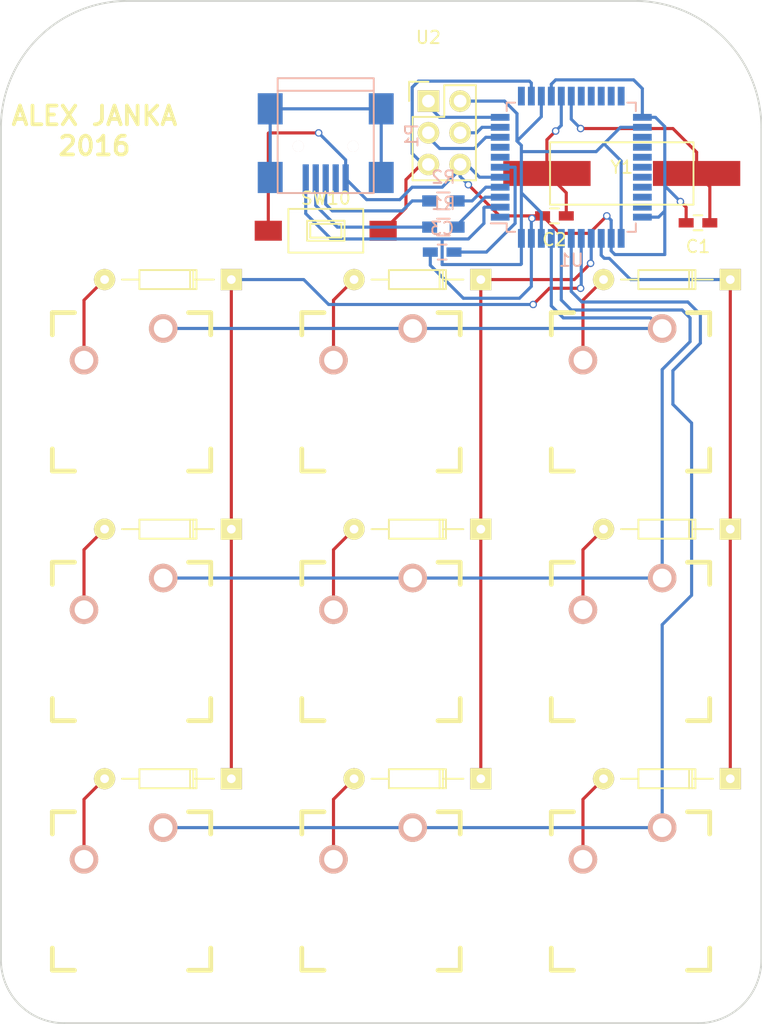
<source format=kicad_pcb>
(kicad_pcb (version 4) (host pcbnew 4.0.2-stable)

  (general
    (links 62)
    (no_connects 0)
    (area 49.454999 66.599999 110.565001 148.665001)
    (thickness 1.6)
    (drawings 9)
    (tracks 215)
    (zones 0)
    (modules 28)
    (nets 48)
  )

  (page A4)
  (layers
    (0 F.Cu signal)
    (31 B.Cu signal)
    (32 B.Adhes user)
    (33 F.Adhes user hide)
    (34 B.Paste user)
    (35 F.Paste user)
    (36 B.SilkS user hide)
    (37 F.SilkS user)
    (38 B.Mask user)
    (39 F.Mask user)
    (40 Dwgs.User user)
    (41 Cmts.User user)
    (42 Eco1.User user)
    (43 Eco2.User user)
    (44 Edge.Cuts user)
    (45 Margin user)
    (46 B.CrtYd user)
    (47 F.CrtYd user)
    (48 B.Fab user)
    (49 F.Fab user)
  )

  (setup
    (last_trace_width 0.25)
    (trace_clearance 0.2)
    (zone_clearance 0.508)
    (zone_45_only no)
    (trace_min 0.2)
    (segment_width 0.2)
    (edge_width 0.15)
    (via_size 0.6)
    (via_drill 0.4)
    (via_min_size 0.4)
    (via_min_drill 0.3)
    (uvia_size 0.3)
    (uvia_drill 0.1)
    (uvias_allowed no)
    (uvia_min_size 0.2)
    (uvia_min_drill 0.1)
    (pcb_text_width 0.3)
    (pcb_text_size 1.5 1.5)
    (mod_edge_width 0.15)
    (mod_text_size 1 1)
    (mod_text_width 0.15)
    (pad_size 1.524 1.524)
    (pad_drill 0.762)
    (pad_to_mask_clearance 0.2)
    (aux_axis_origin 0 0)
    (visible_elements 7FFCFFFF)
    (pcbplotparams
      (layerselection 0x010f0_80000001)
      (usegerberextensions false)
      (excludeedgelayer true)
      (linewidth 0.100000)
      (plotframeref false)
      (viasonmask false)
      (mode 1)
      (useauxorigin false)
      (hpglpennumber 1)
      (hpglpenspeed 20)
      (hpglpendiameter 15)
      (hpglpenoverlay 2)
      (psnegative false)
      (psa4output false)
      (plotreference true)
      (plotvalue true)
      (plotinvisibletext false)
      (padsonsilk false)
      (subtractmaskfromsilk false)
      (outputformat 1)
      (mirror false)
      (drillshape 0)
      (scaleselection 1)
      (outputdirectory Gerbers/))
  )

  (net 0 "")
  (net 1 "Net-(D1-Pad2)")
  (net 2 /COL1)
  (net 3 "Net-(D2-Pad2)")
  (net 4 "Net-(D3-Pad2)")
  (net 5 "Net-(D4-Pad2)")
  (net 6 /COL2)
  (net 7 "Net-(D5-Pad2)")
  (net 8 "Net-(D6-Pad2)")
  (net 9 "Net-(D7-Pad2)")
  (net 10 /COL3)
  (net 11 "Net-(D8-Pad2)")
  (net 12 "Net-(D9-Pad2)")
  (net 13 /ROW1)
  (net 14 /ROW2)
  (net 15 /ROW3)
  (net 16 "Net-(U1-Pad1)")
  (net 17 "Net-(U1-Pad11)")
  (net 18 "Net-(U1-Pad12)")
  (net 19 "Net-(U1-Pad18)")
  (net 20 "Net-(U1-Pad19)")
  (net 21 "Net-(U1-Pad20)")
  (net 22 "Net-(U1-Pad21)")
  (net 23 "Net-(U1-Pad22)")
  (net 24 "Net-(U1-Pad25)")
  (net 25 "Net-(U1-Pad29)")
  (net 26 "Net-(U1-Pad30)")
  (net 27 "Net-(U1-Pad31)")
  (net 28 "Net-(C1-Pad1)")
  (net 29 GND)
  (net 30 "Net-(C2-Pad1)")
  (net 31 "Net-(C3-Pad1)")
  (net 32 "Net-(P1-Pad2)")
  (net 33 "Net-(P1-Pad3)")
  (net 34 "Net-(P1-Pad4)")
  (net 35 "Net-(P1-Pad6)")
  (net 36 "Net-(R1-Pad1)")
  (net 37 "Net-(R2-Pad1)")
  (net 38 "Net-(SW10-Pad2)")
  (net 39 "Net-(U1-Pad8)")
  (net 40 "Net-(U1-Pad9)")
  (net 41 "Net-(U1-Pad10)")
  (net 42 "Net-(U1-Pad26)")
  (net 43 "Net-(U1-Pad27)")
  (net 44 "Net-(U1-Pad28)")
  (net 45 "Net-(U1-Pad32)")
  (net 46 /VCC)
  (net 47 "Net-(U1-Pad7)")

  (net_class Default "This is the default net class."
    (clearance 0.2)
    (trace_width 0.25)
    (via_dia 0.6)
    (via_drill 0.4)
    (uvia_dia 0.3)
    (uvia_drill 0.1)
    (add_net /COL1)
    (add_net /COL2)
    (add_net /COL3)
    (add_net /ROW1)
    (add_net /ROW2)
    (add_net /ROW3)
    (add_net /VCC)
    (add_net GND)
    (add_net "Net-(C1-Pad1)")
    (add_net "Net-(C2-Pad1)")
    (add_net "Net-(C3-Pad1)")
    (add_net "Net-(D1-Pad2)")
    (add_net "Net-(D2-Pad2)")
    (add_net "Net-(D3-Pad2)")
    (add_net "Net-(D4-Pad2)")
    (add_net "Net-(D5-Pad2)")
    (add_net "Net-(D6-Pad2)")
    (add_net "Net-(D7-Pad2)")
    (add_net "Net-(D8-Pad2)")
    (add_net "Net-(D9-Pad2)")
    (add_net "Net-(P1-Pad2)")
    (add_net "Net-(P1-Pad3)")
    (add_net "Net-(P1-Pad4)")
    (add_net "Net-(P1-Pad6)")
    (add_net "Net-(R1-Pad1)")
    (add_net "Net-(R2-Pad1)")
    (add_net "Net-(SW10-Pad2)")
    (add_net "Net-(U1-Pad1)")
    (add_net "Net-(U1-Pad10)")
    (add_net "Net-(U1-Pad11)")
    (add_net "Net-(U1-Pad12)")
    (add_net "Net-(U1-Pad18)")
    (add_net "Net-(U1-Pad19)")
    (add_net "Net-(U1-Pad20)")
    (add_net "Net-(U1-Pad21)")
    (add_net "Net-(U1-Pad22)")
    (add_net "Net-(U1-Pad25)")
    (add_net "Net-(U1-Pad26)")
    (add_net "Net-(U1-Pad27)")
    (add_net "Net-(U1-Pad28)")
    (add_net "Net-(U1-Pad29)")
    (add_net "Net-(U1-Pad30)")
    (add_net "Net-(U1-Pad31)")
    (add_net "Net-(U1-Pad32)")
    (add_net "Net-(U1-Pad7)")
    (add_net "Net-(U1-Pad8)")
    (add_net "Net-(U1-Pad9)")
  )

  (module Keyboard:CHERRY_PCB_100H (layer F.Cu) (tedit 57037FC8) (tstamp 57037370)
    (at 80 98)
    (path /5703A08B)
    (fp_text reference SW4 (at 0 3.175) (layer F.SilkS) hide
      (effects (font (size 1.27 1.524) (thickness 0.2032)))
    )
    (fp_text value SW_R1C2 (at 0 5.08) (layer F.SilkS) hide
      (effects (font (size 1.27 1.524) (thickness 0.2032)))
    )
    (fp_text user 1.00u (at -5.715 8.255) (layer Dwgs.User)
      (effects (font (thickness 0.3048)))
    )
    (fp_line (start -6.35 -6.35) (end 6.35 -6.35) (layer Cmts.User) (width 0.1524))
    (fp_line (start 6.35 -6.35) (end 6.35 6.35) (layer Cmts.User) (width 0.1524))
    (fp_line (start 6.35 6.35) (end -6.35 6.35) (layer Cmts.User) (width 0.1524))
    (fp_line (start -6.35 6.35) (end -6.35 -6.35) (layer Cmts.User) (width 0.1524))
    (fp_line (start -9.398 -9.398) (end 9.398 -9.398) (layer Dwgs.User) (width 0.1524))
    (fp_line (start 9.398 -9.398) (end 9.398 9.398) (layer Dwgs.User) (width 0.1524))
    (fp_line (start 9.398 9.398) (end -9.398 9.398) (layer Dwgs.User) (width 0.1524))
    (fp_line (start -9.398 9.398) (end -9.398 -9.398) (layer Dwgs.User) (width 0.1524))
    (fp_line (start -6.35 -6.35) (end -4.572 -6.35) (layer F.SilkS) (width 0.381))
    (fp_line (start 4.572 -6.35) (end 6.35 -6.35) (layer F.SilkS) (width 0.381))
    (fp_line (start 6.35 -6.35) (end 6.35 -4.572) (layer F.SilkS) (width 0.381))
    (fp_line (start 6.35 4.572) (end 6.35 6.35) (layer F.SilkS) (width 0.381))
    (fp_line (start 6.35 6.35) (end 4.572 6.35) (layer F.SilkS) (width 0.381))
    (fp_line (start -4.572 6.35) (end -6.35 6.35) (layer F.SilkS) (width 0.381))
    (fp_line (start -6.35 6.35) (end -6.35 4.572) (layer F.SilkS) (width 0.381))
    (fp_line (start -6.35 -4.572) (end -6.35 -6.35) (layer F.SilkS) (width 0.381))
    (fp_line (start -6.985 -6.985) (end 6.985 -6.985) (layer Eco2.User) (width 0.1524))
    (fp_line (start 6.985 -6.985) (end 6.985 6.985) (layer Eco2.User) (width 0.1524))
    (fp_line (start 6.985 6.985) (end -6.985 6.985) (layer Eco2.User) (width 0.1524))
    (fp_line (start -6.985 6.985) (end -6.985 -6.985) (layer Eco2.User) (width 0.1524))
    (pad 1 thru_hole circle (at 2.54 -5.08) (size 2.286 2.286) (drill 1.4986) (layers *.Cu *.SilkS *.Mask)
      (net 13 /ROW1))
    (pad 2 thru_hole circle (at -3.81 -2.54) (size 2.286 2.286) (drill 1.4986) (layers *.Cu *.SilkS *.Mask)
      (net 5 "Net-(D4-Pad2)"))
    (pad HOLE np_thru_hole circle (at 0 0) (size 3.9878 3.9878) (drill 3.9878) (layers *.Cu))
    (pad HOLE np_thru_hole circle (at -5.08 0) (size 1.7018 1.7018) (drill 1.7018) (layers *.Cu))
    (pad HOLE np_thru_hole circle (at 5.08 0) (size 1.7018 1.7018) (drill 1.7018) (layers *.Cu))
  )

  (module Keyboard:CHERRY_PCB_100H (layer F.Cu) (tedit 57037FE3) (tstamp 57037382)
    (at 80 138)
    (path /5703A5B9)
    (fp_text reference SW6 (at 0 3.175) (layer F.SilkS) hide
      (effects (font (size 1.27 1.524) (thickness 0.2032)))
    )
    (fp_text value SW_R3C2 (at 0 5.08) (layer F.SilkS) hide
      (effects (font (size 1.27 1.524) (thickness 0.2032)))
    )
    (fp_text user 1.00u (at -5.715 8.255) (layer Dwgs.User)
      (effects (font (thickness 0.3048)))
    )
    (fp_line (start -6.35 -6.35) (end 6.35 -6.35) (layer Cmts.User) (width 0.1524))
    (fp_line (start 6.35 -6.35) (end 6.35 6.35) (layer Cmts.User) (width 0.1524))
    (fp_line (start 6.35 6.35) (end -6.35 6.35) (layer Cmts.User) (width 0.1524))
    (fp_line (start -6.35 6.35) (end -6.35 -6.35) (layer Cmts.User) (width 0.1524))
    (fp_line (start -9.398 -9.398) (end 9.398 -9.398) (layer Dwgs.User) (width 0.1524))
    (fp_line (start 9.398 -9.398) (end 9.398 9.398) (layer Dwgs.User) (width 0.1524))
    (fp_line (start 9.398 9.398) (end -9.398 9.398) (layer Dwgs.User) (width 0.1524))
    (fp_line (start -9.398 9.398) (end -9.398 -9.398) (layer Dwgs.User) (width 0.1524))
    (fp_line (start -6.35 -6.35) (end -4.572 -6.35) (layer F.SilkS) (width 0.381))
    (fp_line (start 4.572 -6.35) (end 6.35 -6.35) (layer F.SilkS) (width 0.381))
    (fp_line (start 6.35 -6.35) (end 6.35 -4.572) (layer F.SilkS) (width 0.381))
    (fp_line (start 6.35 4.572) (end 6.35 6.35) (layer F.SilkS) (width 0.381))
    (fp_line (start 6.35 6.35) (end 4.572 6.35) (layer F.SilkS) (width 0.381))
    (fp_line (start -4.572 6.35) (end -6.35 6.35) (layer F.SilkS) (width 0.381))
    (fp_line (start -6.35 6.35) (end -6.35 4.572) (layer F.SilkS) (width 0.381))
    (fp_line (start -6.35 -4.572) (end -6.35 -6.35) (layer F.SilkS) (width 0.381))
    (fp_line (start -6.985 -6.985) (end 6.985 -6.985) (layer Eco2.User) (width 0.1524))
    (fp_line (start 6.985 -6.985) (end 6.985 6.985) (layer Eco2.User) (width 0.1524))
    (fp_line (start 6.985 6.985) (end -6.985 6.985) (layer Eco2.User) (width 0.1524))
    (fp_line (start -6.985 6.985) (end -6.985 -6.985) (layer Eco2.User) (width 0.1524))
    (pad 1 thru_hole circle (at 2.54 -5.08) (size 2.286 2.286) (drill 1.4986) (layers *.Cu *.SilkS *.Mask)
      (net 15 /ROW3))
    (pad 2 thru_hole circle (at -3.81 -2.54) (size 2.286 2.286) (drill 1.4986) (layers *.Cu *.SilkS *.Mask)
      (net 8 "Net-(D6-Pad2)"))
    (pad HOLE np_thru_hole circle (at 0 0) (size 3.9878 3.9878) (drill 3.9878) (layers *.Cu))
    (pad HOLE np_thru_hole circle (at -5.08 0) (size 1.7018 1.7018) (drill 1.7018) (layers *.Cu))
    (pad HOLE np_thru_hole circle (at 5.08 0) (size 1.7018 1.7018) (drill 1.7018) (layers *.Cu))
  )

  (module Keyboard:CHERRY_PCB_100H (layer F.Cu) (tedit 57037FD6) (tstamp 57037379)
    (at 80 118)
    (path /5703A313)
    (fp_text reference SW5 (at 0 3.175) (layer F.SilkS) hide
      (effects (font (size 1.27 1.524) (thickness 0.2032)))
    )
    (fp_text value SW_R2C2 (at 0 5.08) (layer F.SilkS) hide
      (effects (font (size 1.27 1.524) (thickness 0.2032)))
    )
    (fp_text user 1.00u (at -5.715 8.255) (layer Dwgs.User)
      (effects (font (thickness 0.3048)))
    )
    (fp_line (start -6.35 -6.35) (end 6.35 -6.35) (layer Cmts.User) (width 0.1524))
    (fp_line (start 6.35 -6.35) (end 6.35 6.35) (layer Cmts.User) (width 0.1524))
    (fp_line (start 6.35 6.35) (end -6.35 6.35) (layer Cmts.User) (width 0.1524))
    (fp_line (start -6.35 6.35) (end -6.35 -6.35) (layer Cmts.User) (width 0.1524))
    (fp_line (start -9.398 -9.398) (end 9.398 -9.398) (layer Dwgs.User) (width 0.1524))
    (fp_line (start 9.398 -9.398) (end 9.398 9.398) (layer Dwgs.User) (width 0.1524))
    (fp_line (start 9.398 9.398) (end -9.398 9.398) (layer Dwgs.User) (width 0.1524))
    (fp_line (start -9.398 9.398) (end -9.398 -9.398) (layer Dwgs.User) (width 0.1524))
    (fp_line (start -6.35 -6.35) (end -4.572 -6.35) (layer F.SilkS) (width 0.381))
    (fp_line (start 4.572 -6.35) (end 6.35 -6.35) (layer F.SilkS) (width 0.381))
    (fp_line (start 6.35 -6.35) (end 6.35 -4.572) (layer F.SilkS) (width 0.381))
    (fp_line (start 6.35 4.572) (end 6.35 6.35) (layer F.SilkS) (width 0.381))
    (fp_line (start 6.35 6.35) (end 4.572 6.35) (layer F.SilkS) (width 0.381))
    (fp_line (start -4.572 6.35) (end -6.35 6.35) (layer F.SilkS) (width 0.381))
    (fp_line (start -6.35 6.35) (end -6.35 4.572) (layer F.SilkS) (width 0.381))
    (fp_line (start -6.35 -4.572) (end -6.35 -6.35) (layer F.SilkS) (width 0.381))
    (fp_line (start -6.985 -6.985) (end 6.985 -6.985) (layer Eco2.User) (width 0.1524))
    (fp_line (start 6.985 -6.985) (end 6.985 6.985) (layer Eco2.User) (width 0.1524))
    (fp_line (start 6.985 6.985) (end -6.985 6.985) (layer Eco2.User) (width 0.1524))
    (fp_line (start -6.985 6.985) (end -6.985 -6.985) (layer Eco2.User) (width 0.1524))
    (pad 1 thru_hole circle (at 2.54 -5.08) (size 2.286 2.286) (drill 1.4986) (layers *.Cu *.SilkS *.Mask)
      (net 14 /ROW2))
    (pad 2 thru_hole circle (at -3.81 -2.54) (size 2.286 2.286) (drill 1.4986) (layers *.Cu *.SilkS *.Mask)
      (net 7 "Net-(D5-Pad2)"))
    (pad HOLE np_thru_hole circle (at 0 0) (size 3.9878 3.9878) (drill 3.9878) (layers *.Cu))
    (pad HOLE np_thru_hole circle (at -5.08 0) (size 1.7018 1.7018) (drill 1.7018) (layers *.Cu))
    (pad HOLE np_thru_hole circle (at 5.08 0) (size 1.7018 1.7018) (drill 1.7018) (layers *.Cu))
  )

  (module Diodes_ThroughHole:Diode_DO-35_SOD27_Horizontal_RM10 (layer F.Cu) (tedit 57038045) (tstamp 5703731C)
    (at 68 89 180)
    (descr "Diode, DO-35,  SOD27, Horizontal, RM 10mm")
    (tags "Diode, DO-35, SOD27, Horizontal, RM 10mm, 1N4148,")
    (path /57039FAC)
    (fp_text reference D1 (at 5.43052 2.53746 180) (layer F.SilkS) hide
      (effects (font (size 1 1) (thickness 0.15)))
    )
    (fp_text value D (at 4.41452 -3.55854 180) (layer F.Fab) hide
      (effects (font (size 1 1) (thickness 0.15)))
    )
    (fp_line (start 7.36652 -0.00254) (end 8.76352 -0.00254) (layer F.SilkS) (width 0.15))
    (fp_line (start 2.92152 -0.00254) (end 1.39752 -0.00254) (layer F.SilkS) (width 0.15))
    (fp_line (start 3.30252 -0.76454) (end 3.30252 0.75946) (layer F.SilkS) (width 0.15))
    (fp_line (start 3.04852 -0.76454) (end 3.04852 0.75946) (layer F.SilkS) (width 0.15))
    (fp_line (start 2.79452 -0.00254) (end 2.79452 0.75946) (layer F.SilkS) (width 0.15))
    (fp_line (start 2.79452 0.75946) (end 7.36652 0.75946) (layer F.SilkS) (width 0.15))
    (fp_line (start 7.36652 0.75946) (end 7.36652 -0.76454) (layer F.SilkS) (width 0.15))
    (fp_line (start 7.36652 -0.76454) (end 2.79452 -0.76454) (layer F.SilkS) (width 0.15))
    (fp_line (start 2.79452 -0.76454) (end 2.79452 -0.00254) (layer F.SilkS) (width 0.15))
    (pad 2 thru_hole circle (at 10.16052 -0.00254) (size 1.69926 1.69926) (drill 0.70104) (layers *.Cu *.Mask F.SilkS)
      (net 1 "Net-(D1-Pad2)"))
    (pad 1 thru_hole rect (at 0.00052 -0.00254) (size 1.69926 1.69926) (drill 0.70104) (layers *.Cu *.Mask F.SilkS)
      (net 2 /COL1))
    (model Diodes_ThroughHole.3dshapes/Diode_DO-35_SOD27_Horizontal_RM10.wrl
      (at (xyz 0.2 0 0))
      (scale (xyz 0.4 0.4 0.4))
      (rotate (xyz 0 0 180))
    )
  )

  (module Diodes_ThroughHole:Diode_DO-35_SOD27_Horizontal_RM10 (layer F.Cu) (tedit 5703801A) (tstamp 57037322)
    (at 68 109 180)
    (descr "Diode, DO-35,  SOD27, Horizontal, RM 10mm")
    (tags "Diode, DO-35, SOD27, Horizontal, RM 10mm, 1N4148,")
    (path /5703A309)
    (fp_text reference D2 (at 5.2493 -0.0361 180) (layer F.SilkS) hide
      (effects (font (size 1 1) (thickness 0.15)))
    )
    (fp_text value D (at 4.41452 -3.55854 180) (layer F.Fab)
      (effects (font (size 1 1) (thickness 0.15)))
    )
    (fp_line (start 7.36652 -0.00254) (end 8.76352 -0.00254) (layer F.SilkS) (width 0.15))
    (fp_line (start 2.92152 -0.00254) (end 1.39752 -0.00254) (layer F.SilkS) (width 0.15))
    (fp_line (start 3.30252 -0.76454) (end 3.30252 0.75946) (layer F.SilkS) (width 0.15))
    (fp_line (start 3.04852 -0.76454) (end 3.04852 0.75946) (layer F.SilkS) (width 0.15))
    (fp_line (start 2.79452 -0.00254) (end 2.79452 0.75946) (layer F.SilkS) (width 0.15))
    (fp_line (start 2.79452 0.75946) (end 7.36652 0.75946) (layer F.SilkS) (width 0.15))
    (fp_line (start 7.36652 0.75946) (end 7.36652 -0.76454) (layer F.SilkS) (width 0.15))
    (fp_line (start 7.36652 -0.76454) (end 2.79452 -0.76454) (layer F.SilkS) (width 0.15))
    (fp_line (start 2.79452 -0.76454) (end 2.79452 -0.00254) (layer F.SilkS) (width 0.15))
    (pad 2 thru_hole circle (at 10.16052 -0.00254) (size 1.69926 1.69926) (drill 0.70104) (layers *.Cu *.Mask F.SilkS)
      (net 3 "Net-(D2-Pad2)"))
    (pad 1 thru_hole rect (at 0.00052 -0.00254) (size 1.69926 1.69926) (drill 0.70104) (layers *.Cu *.Mask F.SilkS)
      (net 2 /COL1))
    (model Diodes_ThroughHole.3dshapes/Diode_DO-35_SOD27_Horizontal_RM10.wrl
      (at (xyz 0.2 0 0))
      (scale (xyz 0.4 0.4 0.4))
      (rotate (xyz 0 0 180))
    )
  )

  (module Diodes_ThroughHole:Diode_DO-35_SOD27_Horizontal_RM10 (layer F.Cu) (tedit 57038032) (tstamp 57037328)
    (at 68 129 180)
    (descr "Diode, DO-35,  SOD27, Horizontal, RM 10mm")
    (tags "Diode, DO-35, SOD27, Horizontal, RM 10mm, 1N4148,")
    (path /5703A5AF)
    (fp_text reference D3 (at 5.4144 -0.0452 180) (layer F.SilkS) hide
      (effects (font (size 1 1) (thickness 0.15)))
    )
    (fp_text value D (at 4.41452 -3.55854 180) (layer F.Fab)
      (effects (font (size 1 1) (thickness 0.15)))
    )
    (fp_line (start 7.36652 -0.00254) (end 8.76352 -0.00254) (layer F.SilkS) (width 0.15))
    (fp_line (start 2.92152 -0.00254) (end 1.39752 -0.00254) (layer F.SilkS) (width 0.15))
    (fp_line (start 3.30252 -0.76454) (end 3.30252 0.75946) (layer F.SilkS) (width 0.15))
    (fp_line (start 3.04852 -0.76454) (end 3.04852 0.75946) (layer F.SilkS) (width 0.15))
    (fp_line (start 2.79452 -0.00254) (end 2.79452 0.75946) (layer F.SilkS) (width 0.15))
    (fp_line (start 2.79452 0.75946) (end 7.36652 0.75946) (layer F.SilkS) (width 0.15))
    (fp_line (start 7.36652 0.75946) (end 7.36652 -0.76454) (layer F.SilkS) (width 0.15))
    (fp_line (start 7.36652 -0.76454) (end 2.79452 -0.76454) (layer F.SilkS) (width 0.15))
    (fp_line (start 2.79452 -0.76454) (end 2.79452 -0.00254) (layer F.SilkS) (width 0.15))
    (pad 2 thru_hole circle (at 10.16052 -0.00254) (size 1.69926 1.69926) (drill 0.70104) (layers *.Cu *.Mask F.SilkS)
      (net 4 "Net-(D3-Pad2)"))
    (pad 1 thru_hole rect (at 0.00052 -0.00254) (size 1.69926 1.69926) (drill 0.70104) (layers *.Cu *.Mask F.SilkS)
      (net 2 /COL1))
    (model Diodes_ThroughHole.3dshapes/Diode_DO-35_SOD27_Horizontal_RM10.wrl
      (at (xyz 0.2 0 0))
      (scale (xyz 0.4 0.4 0.4))
      (rotate (xyz 0 0 180))
    )
  )

  (module Diodes_ThroughHole:Diode_DO-35_SOD27_Horizontal_RM10 (layer F.Cu) (tedit 57038040) (tstamp 5703732E)
    (at 88 89 180)
    (descr "Diode, DO-35,  SOD27, Horizontal, RM 10mm")
    (tags "Diode, DO-35, SOD27, Horizontal, RM 10mm, 1N4148,")
    (path /5703A091)
    (fp_text reference D4 (at 5.43052 2.53746 180) (layer F.SilkS) hide
      (effects (font (size 1 1) (thickness 0.15)))
    )
    (fp_text value D (at 4.41452 -3.55854 180) (layer F.Fab) hide
      (effects (font (size 1 1) (thickness 0.15)))
    )
    (fp_line (start 7.36652 -0.00254) (end 8.76352 -0.00254) (layer F.SilkS) (width 0.15))
    (fp_line (start 2.92152 -0.00254) (end 1.39752 -0.00254) (layer F.SilkS) (width 0.15))
    (fp_line (start 3.30252 -0.76454) (end 3.30252 0.75946) (layer F.SilkS) (width 0.15))
    (fp_line (start 3.04852 -0.76454) (end 3.04852 0.75946) (layer F.SilkS) (width 0.15))
    (fp_line (start 2.79452 -0.00254) (end 2.79452 0.75946) (layer F.SilkS) (width 0.15))
    (fp_line (start 2.79452 0.75946) (end 7.36652 0.75946) (layer F.SilkS) (width 0.15))
    (fp_line (start 7.36652 0.75946) (end 7.36652 -0.76454) (layer F.SilkS) (width 0.15))
    (fp_line (start 7.36652 -0.76454) (end 2.79452 -0.76454) (layer F.SilkS) (width 0.15))
    (fp_line (start 2.79452 -0.76454) (end 2.79452 -0.00254) (layer F.SilkS) (width 0.15))
    (pad 2 thru_hole circle (at 10.16052 -0.00254) (size 1.69926 1.69926) (drill 0.70104) (layers *.Cu *.Mask F.SilkS)
      (net 5 "Net-(D4-Pad2)"))
    (pad 1 thru_hole rect (at 0.00052 -0.00254) (size 1.69926 1.69926) (drill 0.70104) (layers *.Cu *.Mask F.SilkS)
      (net 6 /COL2))
    (model Diodes_ThroughHole.3dshapes/Diode_DO-35_SOD27_Horizontal_RM10.wrl
      (at (xyz 0.2 0 0))
      (scale (xyz 0.4 0.4 0.4))
      (rotate (xyz 0 0 180))
    )
  )

  (module Diodes_ThroughHole:Diode_DO-35_SOD27_Horizontal_RM10 (layer F.Cu) (tedit 5703801D) (tstamp 57037334)
    (at 88 109 180)
    (descr "Diode, DO-35,  SOD27, Horizontal, RM 10mm")
    (tags "Diode, DO-35, SOD27, Horizontal, RM 10mm, 1N4148,")
    (path /5703A319)
    (fp_text reference D5 (at 5.2976 -0.0869 180) (layer F.SilkS) hide
      (effects (font (size 1 1) (thickness 0.15)))
    )
    (fp_text value D (at 4.41452 -3.55854 180) (layer F.Fab)
      (effects (font (size 1 1) (thickness 0.15)))
    )
    (fp_line (start 7.36652 -0.00254) (end 8.76352 -0.00254) (layer F.SilkS) (width 0.15))
    (fp_line (start 2.92152 -0.00254) (end 1.39752 -0.00254) (layer F.SilkS) (width 0.15))
    (fp_line (start 3.30252 -0.76454) (end 3.30252 0.75946) (layer F.SilkS) (width 0.15))
    (fp_line (start 3.04852 -0.76454) (end 3.04852 0.75946) (layer F.SilkS) (width 0.15))
    (fp_line (start 2.79452 -0.00254) (end 2.79452 0.75946) (layer F.SilkS) (width 0.15))
    (fp_line (start 2.79452 0.75946) (end 7.36652 0.75946) (layer F.SilkS) (width 0.15))
    (fp_line (start 7.36652 0.75946) (end 7.36652 -0.76454) (layer F.SilkS) (width 0.15))
    (fp_line (start 7.36652 -0.76454) (end 2.79452 -0.76454) (layer F.SilkS) (width 0.15))
    (fp_line (start 2.79452 -0.76454) (end 2.79452 -0.00254) (layer F.SilkS) (width 0.15))
    (pad 2 thru_hole circle (at 10.16052 -0.00254) (size 1.69926 1.69926) (drill 0.70104) (layers *.Cu *.Mask F.SilkS)
      (net 7 "Net-(D5-Pad2)"))
    (pad 1 thru_hole rect (at 0.00052 -0.00254) (size 1.69926 1.69926) (drill 0.70104) (layers *.Cu *.Mask F.SilkS)
      (net 6 /COL2))
    (model Diodes_ThroughHole.3dshapes/Diode_DO-35_SOD27_Horizontal_RM10.wrl
      (at (xyz 0.2 0 0))
      (scale (xyz 0.4 0.4 0.4))
      (rotate (xyz 0 0 180))
    )
  )

  (module Diodes_ThroughHole:Diode_DO-35_SOD27_Horizontal_RM10 (layer F.Cu) (tedit 57038036) (tstamp 5703733A)
    (at 88 129 180)
    (descr "Diode, DO-35,  SOD27, Horizontal, RM 10mm")
    (tags "Diode, DO-35, SOD27, Horizontal, RM 10mm, 1N4148,")
    (path /5703A5BF)
    (fp_text reference D6 (at 5.4119 -0.0452 180) (layer F.SilkS) hide
      (effects (font (size 1 1) (thickness 0.15)))
    )
    (fp_text value D (at 4.41452 -3.55854 180) (layer F.Fab)
      (effects (font (size 1 1) (thickness 0.15)))
    )
    (fp_line (start 7.36652 -0.00254) (end 8.76352 -0.00254) (layer F.SilkS) (width 0.15))
    (fp_line (start 2.92152 -0.00254) (end 1.39752 -0.00254) (layer F.SilkS) (width 0.15))
    (fp_line (start 3.30252 -0.76454) (end 3.30252 0.75946) (layer F.SilkS) (width 0.15))
    (fp_line (start 3.04852 -0.76454) (end 3.04852 0.75946) (layer F.SilkS) (width 0.15))
    (fp_line (start 2.79452 -0.00254) (end 2.79452 0.75946) (layer F.SilkS) (width 0.15))
    (fp_line (start 2.79452 0.75946) (end 7.36652 0.75946) (layer F.SilkS) (width 0.15))
    (fp_line (start 7.36652 0.75946) (end 7.36652 -0.76454) (layer F.SilkS) (width 0.15))
    (fp_line (start 7.36652 -0.76454) (end 2.79452 -0.76454) (layer F.SilkS) (width 0.15))
    (fp_line (start 2.79452 -0.76454) (end 2.79452 -0.00254) (layer F.SilkS) (width 0.15))
    (pad 2 thru_hole circle (at 10.16052 -0.00254) (size 1.69926 1.69926) (drill 0.70104) (layers *.Cu *.Mask F.SilkS)
      (net 8 "Net-(D6-Pad2)"))
    (pad 1 thru_hole rect (at 0.00052 -0.00254) (size 1.69926 1.69926) (drill 0.70104) (layers *.Cu *.Mask F.SilkS)
      (net 6 /COL2))
    (model Diodes_ThroughHole.3dshapes/Diode_DO-35_SOD27_Horizontal_RM10.wrl
      (at (xyz 0.2 0 0))
      (scale (xyz 0.4 0.4 0.4))
      (rotate (xyz 0 0 180))
    )
  )

  (module Diodes_ThroughHole:Diode_DO-35_SOD27_Horizontal_RM10 (layer F.Cu) (tedit 5703802C) (tstamp 57037340)
    (at 108 89 180)
    (descr "Diode, DO-35,  SOD27, Horizontal, RM 10mm")
    (tags "Diode, DO-35, SOD27, Horizontal, RM 10mm, 1N4148,")
    (path /5703A1EB)
    (fp_text reference D7 (at 5.43052 2.53746 180) (layer F.SilkS) hide
      (effects (font (size 1 1) (thickness 0.15)))
    )
    (fp_text value D (at 4.41452 -3.55854 180) (layer F.Fab)
      (effects (font (size 1 1) (thickness 0.15)))
    )
    (fp_line (start 7.36652 -0.00254) (end 8.76352 -0.00254) (layer F.SilkS) (width 0.15))
    (fp_line (start 2.92152 -0.00254) (end 1.39752 -0.00254) (layer F.SilkS) (width 0.15))
    (fp_line (start 3.30252 -0.76454) (end 3.30252 0.75946) (layer F.SilkS) (width 0.15))
    (fp_line (start 3.04852 -0.76454) (end 3.04852 0.75946) (layer F.SilkS) (width 0.15))
    (fp_line (start 2.79452 -0.00254) (end 2.79452 0.75946) (layer F.SilkS) (width 0.15))
    (fp_line (start 2.79452 0.75946) (end 7.36652 0.75946) (layer F.SilkS) (width 0.15))
    (fp_line (start 7.36652 0.75946) (end 7.36652 -0.76454) (layer F.SilkS) (width 0.15))
    (fp_line (start 7.36652 -0.76454) (end 2.79452 -0.76454) (layer F.SilkS) (width 0.15))
    (fp_line (start 2.79452 -0.76454) (end 2.79452 -0.00254) (layer F.SilkS) (width 0.15))
    (pad 2 thru_hole circle (at 10.16052 -0.00254) (size 1.69926 1.69926) (drill 0.70104) (layers *.Cu *.Mask F.SilkS)
      (net 9 "Net-(D7-Pad2)"))
    (pad 1 thru_hole rect (at 0.00052 -0.00254) (size 1.69926 1.69926) (drill 0.70104) (layers *.Cu *.Mask F.SilkS)
      (net 10 /COL3))
    (model Diodes_ThroughHole.3dshapes/Diode_DO-35_SOD27_Horizontal_RM10.wrl
      (at (xyz 0.2 0 0))
      (scale (xyz 0.4 0.4 0.4))
      (rotate (xyz 0 0 180))
    )
  )

  (module Diodes_ThroughHole:Diode_DO-35_SOD27_Horizontal_RM10 (layer F.Cu) (tedit 57038020) (tstamp 57037346)
    (at 108 109 180)
    (descr "Diode, DO-35,  SOD27, Horizontal, RM 10mm")
    (tags "Diode, DO-35, SOD27, Horizontal, RM 10mm, 1N4148,")
    (path /5703A329)
    (fp_text reference D8 (at 5.2951 -0.0361 180) (layer F.SilkS) hide
      (effects (font (size 1 1) (thickness 0.15)))
    )
    (fp_text value D (at 4.41452 -3.55854 180) (layer F.Fab)
      (effects (font (size 1 1) (thickness 0.15)))
    )
    (fp_line (start 7.36652 -0.00254) (end 8.76352 -0.00254) (layer F.SilkS) (width 0.15))
    (fp_line (start 2.92152 -0.00254) (end 1.39752 -0.00254) (layer F.SilkS) (width 0.15))
    (fp_line (start 3.30252 -0.76454) (end 3.30252 0.75946) (layer F.SilkS) (width 0.15))
    (fp_line (start 3.04852 -0.76454) (end 3.04852 0.75946) (layer F.SilkS) (width 0.15))
    (fp_line (start 2.79452 -0.00254) (end 2.79452 0.75946) (layer F.SilkS) (width 0.15))
    (fp_line (start 2.79452 0.75946) (end 7.36652 0.75946) (layer F.SilkS) (width 0.15))
    (fp_line (start 7.36652 0.75946) (end 7.36652 -0.76454) (layer F.SilkS) (width 0.15))
    (fp_line (start 7.36652 -0.76454) (end 2.79452 -0.76454) (layer F.SilkS) (width 0.15))
    (fp_line (start 2.79452 -0.76454) (end 2.79452 -0.00254) (layer F.SilkS) (width 0.15))
    (pad 2 thru_hole circle (at 10.16052 -0.00254) (size 1.69926 1.69926) (drill 0.70104) (layers *.Cu *.Mask F.SilkS)
      (net 11 "Net-(D8-Pad2)"))
    (pad 1 thru_hole rect (at 0.00052 -0.00254) (size 1.69926 1.69926) (drill 0.70104) (layers *.Cu *.Mask F.SilkS)
      (net 10 /COL3))
    (model Diodes_ThroughHole.3dshapes/Diode_DO-35_SOD27_Horizontal_RM10.wrl
      (at (xyz 0.2 0 0))
      (scale (xyz 0.4 0.4 0.4))
      (rotate (xyz 0 0 180))
    )
  )

  (module Diodes_ThroughHole:Diode_DO-35_SOD27_Horizontal_RM10 (layer F.Cu) (tedit 57038039) (tstamp 5703734C)
    (at 108 129 180)
    (descr "Diode, DO-35,  SOD27, Horizontal, RM 10mm")
    (tags "Diode, DO-35, SOD27, Horizontal, RM 10mm, 1N4148,")
    (path /5703A5CF)
    (fp_text reference D9 (at 5.2951 -0.0452 180) (layer F.SilkS) hide
      (effects (font (size 1 1) (thickness 0.15)))
    )
    (fp_text value D (at 4.41452 -3.55854 180) (layer F.Fab)
      (effects (font (size 1 1) (thickness 0.15)))
    )
    (fp_line (start 7.36652 -0.00254) (end 8.76352 -0.00254) (layer F.SilkS) (width 0.15))
    (fp_line (start 2.92152 -0.00254) (end 1.39752 -0.00254) (layer F.SilkS) (width 0.15))
    (fp_line (start 3.30252 -0.76454) (end 3.30252 0.75946) (layer F.SilkS) (width 0.15))
    (fp_line (start 3.04852 -0.76454) (end 3.04852 0.75946) (layer F.SilkS) (width 0.15))
    (fp_line (start 2.79452 -0.00254) (end 2.79452 0.75946) (layer F.SilkS) (width 0.15))
    (fp_line (start 2.79452 0.75946) (end 7.36652 0.75946) (layer F.SilkS) (width 0.15))
    (fp_line (start 7.36652 0.75946) (end 7.36652 -0.76454) (layer F.SilkS) (width 0.15))
    (fp_line (start 7.36652 -0.76454) (end 2.79452 -0.76454) (layer F.SilkS) (width 0.15))
    (fp_line (start 2.79452 -0.76454) (end 2.79452 -0.00254) (layer F.SilkS) (width 0.15))
    (pad 2 thru_hole circle (at 10.16052 -0.00254) (size 1.69926 1.69926) (drill 0.70104) (layers *.Cu *.Mask F.SilkS)
      (net 12 "Net-(D9-Pad2)"))
    (pad 1 thru_hole rect (at 0.00052 -0.00254) (size 1.69926 1.69926) (drill 0.70104) (layers *.Cu *.Mask F.SilkS)
      (net 10 /COL3))
    (model Diodes_ThroughHole.3dshapes/Diode_DO-35_SOD27_Horizontal_RM10.wrl
      (at (xyz 0.2 0 0))
      (scale (xyz 0.4 0.4 0.4))
      (rotate (xyz 0 0 180))
    )
  )

  (module Keyboard:CHERRY_PCB_100H (layer F.Cu) (tedit 57037FC5) (tstamp 57037355)
    (at 60 98)
    (path /57039F51)
    (fp_text reference SW1 (at 0 3.175) (layer F.SilkS) hide
      (effects (font (size 1.27 1.524) (thickness 0.2032)))
    )
    (fp_text value SW_R1C1 (at 0 5.08) (layer F.SilkS) hide
      (effects (font (size 1.27 1.524) (thickness 0.2032)))
    )
    (fp_text user 1.00u (at -5.715 8.255) (layer Dwgs.User)
      (effects (font (thickness 0.3048)))
    )
    (fp_line (start -6.35 -6.35) (end 6.35 -6.35) (layer Cmts.User) (width 0.1524))
    (fp_line (start 6.35 -6.35) (end 6.35 6.35) (layer Cmts.User) (width 0.1524))
    (fp_line (start 6.35 6.35) (end -6.35 6.35) (layer Cmts.User) (width 0.1524))
    (fp_line (start -6.35 6.35) (end -6.35 -6.35) (layer Cmts.User) (width 0.1524))
    (fp_line (start -9.398 -9.398) (end 9.398 -9.398) (layer Dwgs.User) (width 0.1524))
    (fp_line (start 9.398 -9.398) (end 9.398 9.398) (layer Dwgs.User) (width 0.1524))
    (fp_line (start 9.398 9.398) (end -9.398 9.398) (layer Dwgs.User) (width 0.1524))
    (fp_line (start -9.398 9.398) (end -9.398 -9.398) (layer Dwgs.User) (width 0.1524))
    (fp_line (start -6.35 -6.35) (end -4.572 -6.35) (layer F.SilkS) (width 0.381))
    (fp_line (start 4.572 -6.35) (end 6.35 -6.35) (layer F.SilkS) (width 0.381))
    (fp_line (start 6.35 -6.35) (end 6.35 -4.572) (layer F.SilkS) (width 0.381))
    (fp_line (start 6.35 4.572) (end 6.35 6.35) (layer F.SilkS) (width 0.381))
    (fp_line (start 6.35 6.35) (end 4.572 6.35) (layer F.SilkS) (width 0.381))
    (fp_line (start -4.572 6.35) (end -6.35 6.35) (layer F.SilkS) (width 0.381))
    (fp_line (start -6.35 6.35) (end -6.35 4.572) (layer F.SilkS) (width 0.381))
    (fp_line (start -6.35 -4.572) (end -6.35 -6.35) (layer F.SilkS) (width 0.381))
    (fp_line (start -6.985 -6.985) (end 6.985 -6.985) (layer Eco2.User) (width 0.1524))
    (fp_line (start 6.985 -6.985) (end 6.985 6.985) (layer Eco2.User) (width 0.1524))
    (fp_line (start 6.985 6.985) (end -6.985 6.985) (layer Eco2.User) (width 0.1524))
    (fp_line (start -6.985 6.985) (end -6.985 -6.985) (layer Eco2.User) (width 0.1524))
    (pad 1 thru_hole circle (at 2.54 -5.08) (size 2.286 2.286) (drill 1.4986) (layers *.Cu *.SilkS *.Mask)
      (net 13 /ROW1))
    (pad 2 thru_hole circle (at -3.81 -2.54) (size 2.286 2.286) (drill 1.4986) (layers *.Cu *.SilkS *.Mask)
      (net 1 "Net-(D1-Pad2)"))
    (pad HOLE np_thru_hole circle (at 0 0) (size 3.9878 3.9878) (drill 3.9878) (layers *.Cu))
    (pad HOLE np_thru_hole circle (at -5.08 0) (size 1.7018 1.7018) (drill 1.7018) (layers *.Cu))
    (pad HOLE np_thru_hole circle (at 5.08 0) (size 1.7018 1.7018) (drill 1.7018) (layers *.Cu))
  )

  (module Keyboard:CHERRY_PCB_100H (layer F.Cu) (tedit 57037FDA) (tstamp 5703735E)
    (at 60 118)
    (path /5703A303)
    (fp_text reference SW2 (at 0 3.175) (layer F.SilkS) hide
      (effects (font (size 1.27 1.524) (thickness 0.2032)))
    )
    (fp_text value SW_R2C1 (at 0 5.08) (layer F.SilkS) hide
      (effects (font (size 1.27 1.524) (thickness 0.2032)))
    )
    (fp_text user 1.00u (at -5.715 8.255) (layer Dwgs.User)
      (effects (font (thickness 0.3048)))
    )
    (fp_line (start -6.35 -6.35) (end 6.35 -6.35) (layer Cmts.User) (width 0.1524))
    (fp_line (start 6.35 -6.35) (end 6.35 6.35) (layer Cmts.User) (width 0.1524))
    (fp_line (start 6.35 6.35) (end -6.35 6.35) (layer Cmts.User) (width 0.1524))
    (fp_line (start -6.35 6.35) (end -6.35 -6.35) (layer Cmts.User) (width 0.1524))
    (fp_line (start -9.398 -9.398) (end 9.398 -9.398) (layer Dwgs.User) (width 0.1524))
    (fp_line (start 9.398 -9.398) (end 9.398 9.398) (layer Dwgs.User) (width 0.1524))
    (fp_line (start 9.398 9.398) (end -9.398 9.398) (layer Dwgs.User) (width 0.1524))
    (fp_line (start -9.398 9.398) (end -9.398 -9.398) (layer Dwgs.User) (width 0.1524))
    (fp_line (start -6.35 -6.35) (end -4.572 -6.35) (layer F.SilkS) (width 0.381))
    (fp_line (start 4.572 -6.35) (end 6.35 -6.35) (layer F.SilkS) (width 0.381))
    (fp_line (start 6.35 -6.35) (end 6.35 -4.572) (layer F.SilkS) (width 0.381))
    (fp_line (start 6.35 4.572) (end 6.35 6.35) (layer F.SilkS) (width 0.381))
    (fp_line (start 6.35 6.35) (end 4.572 6.35) (layer F.SilkS) (width 0.381))
    (fp_line (start -4.572 6.35) (end -6.35 6.35) (layer F.SilkS) (width 0.381))
    (fp_line (start -6.35 6.35) (end -6.35 4.572) (layer F.SilkS) (width 0.381))
    (fp_line (start -6.35 -4.572) (end -6.35 -6.35) (layer F.SilkS) (width 0.381))
    (fp_line (start -6.985 -6.985) (end 6.985 -6.985) (layer Eco2.User) (width 0.1524))
    (fp_line (start 6.985 -6.985) (end 6.985 6.985) (layer Eco2.User) (width 0.1524))
    (fp_line (start 6.985 6.985) (end -6.985 6.985) (layer Eco2.User) (width 0.1524))
    (fp_line (start -6.985 6.985) (end -6.985 -6.985) (layer Eco2.User) (width 0.1524))
    (pad 1 thru_hole circle (at 2.54 -5.08) (size 2.286 2.286) (drill 1.4986) (layers *.Cu *.SilkS *.Mask)
      (net 14 /ROW2))
    (pad 2 thru_hole circle (at -3.81 -2.54) (size 2.286 2.286) (drill 1.4986) (layers *.Cu *.SilkS *.Mask)
      (net 3 "Net-(D2-Pad2)"))
    (pad HOLE np_thru_hole circle (at 0 0) (size 3.9878 3.9878) (drill 3.9878) (layers *.Cu))
    (pad HOLE np_thru_hole circle (at -5.08 0) (size 1.7018 1.7018) (drill 1.7018) (layers *.Cu))
    (pad HOLE np_thru_hole circle (at 5.08 0) (size 1.7018 1.7018) (drill 1.7018) (layers *.Cu))
  )

  (module Keyboard:CHERRY_PCB_100H (layer F.Cu) (tedit 57037FE0) (tstamp 57037367)
    (at 60 138)
    (path /5703A5A9)
    (fp_text reference SW3 (at 0 3.175) (layer F.SilkS) hide
      (effects (font (size 1.27 1.524) (thickness 0.2032)))
    )
    (fp_text value SW_R3C1 (at 0 5.08) (layer F.SilkS) hide
      (effects (font (size 1.27 1.524) (thickness 0.2032)))
    )
    (fp_text user 1.00u (at -5.715 8.255) (layer Dwgs.User)
      (effects (font (thickness 0.3048)))
    )
    (fp_line (start -6.35 -6.35) (end 6.35 -6.35) (layer Cmts.User) (width 0.1524))
    (fp_line (start 6.35 -6.35) (end 6.35 6.35) (layer Cmts.User) (width 0.1524))
    (fp_line (start 6.35 6.35) (end -6.35 6.35) (layer Cmts.User) (width 0.1524))
    (fp_line (start -6.35 6.35) (end -6.35 -6.35) (layer Cmts.User) (width 0.1524))
    (fp_line (start -9.398 -9.398) (end 9.398 -9.398) (layer Dwgs.User) (width 0.1524))
    (fp_line (start 9.398 -9.398) (end 9.398 9.398) (layer Dwgs.User) (width 0.1524))
    (fp_line (start 9.398 9.398) (end -9.398 9.398) (layer Dwgs.User) (width 0.1524))
    (fp_line (start -9.398 9.398) (end -9.398 -9.398) (layer Dwgs.User) (width 0.1524))
    (fp_line (start -6.35 -6.35) (end -4.572 -6.35) (layer F.SilkS) (width 0.381))
    (fp_line (start 4.572 -6.35) (end 6.35 -6.35) (layer F.SilkS) (width 0.381))
    (fp_line (start 6.35 -6.35) (end 6.35 -4.572) (layer F.SilkS) (width 0.381))
    (fp_line (start 6.35 4.572) (end 6.35 6.35) (layer F.SilkS) (width 0.381))
    (fp_line (start 6.35 6.35) (end 4.572 6.35) (layer F.SilkS) (width 0.381))
    (fp_line (start -4.572 6.35) (end -6.35 6.35) (layer F.SilkS) (width 0.381))
    (fp_line (start -6.35 6.35) (end -6.35 4.572) (layer F.SilkS) (width 0.381))
    (fp_line (start -6.35 -4.572) (end -6.35 -6.35) (layer F.SilkS) (width 0.381))
    (fp_line (start -6.985 -6.985) (end 6.985 -6.985) (layer Eco2.User) (width 0.1524))
    (fp_line (start 6.985 -6.985) (end 6.985 6.985) (layer Eco2.User) (width 0.1524))
    (fp_line (start 6.985 6.985) (end -6.985 6.985) (layer Eco2.User) (width 0.1524))
    (fp_line (start -6.985 6.985) (end -6.985 -6.985) (layer Eco2.User) (width 0.1524))
    (pad 1 thru_hole circle (at 2.54 -5.08) (size 2.286 2.286) (drill 1.4986) (layers *.Cu *.SilkS *.Mask)
      (net 15 /ROW3))
    (pad 2 thru_hole circle (at -3.81 -2.54) (size 2.286 2.286) (drill 1.4986) (layers *.Cu *.SilkS *.Mask)
      (net 4 "Net-(D3-Pad2)"))
    (pad HOLE np_thru_hole circle (at 0 0) (size 3.9878 3.9878) (drill 3.9878) (layers *.Cu))
    (pad HOLE np_thru_hole circle (at -5.08 0) (size 1.7018 1.7018) (drill 1.7018) (layers *.Cu))
    (pad HOLE np_thru_hole circle (at 5.08 0) (size 1.7018 1.7018) (drill 1.7018) (layers *.Cu))
  )

  (module Keyboard:CHERRY_PCB_100H (layer F.Cu) (tedit 57037FCC) (tstamp 5703738B)
    (at 100 98)
    (path /5703A1E5)
    (fp_text reference SW7 (at 0 3.175) (layer F.SilkS) hide
      (effects (font (size 1.27 1.524) (thickness 0.2032)))
    )
    (fp_text value SW_R1C3 (at 0 5.08) (layer F.SilkS) hide
      (effects (font (size 1.27 1.524) (thickness 0.2032)))
    )
    (fp_text user 1.00u (at -5.715 8.255) (layer Dwgs.User)
      (effects (font (thickness 0.3048)))
    )
    (fp_line (start -6.35 -6.35) (end 6.35 -6.35) (layer Cmts.User) (width 0.1524))
    (fp_line (start 6.35 -6.35) (end 6.35 6.35) (layer Cmts.User) (width 0.1524))
    (fp_line (start 6.35 6.35) (end -6.35 6.35) (layer Cmts.User) (width 0.1524))
    (fp_line (start -6.35 6.35) (end -6.35 -6.35) (layer Cmts.User) (width 0.1524))
    (fp_line (start -9.398 -9.398) (end 9.398 -9.398) (layer Dwgs.User) (width 0.1524))
    (fp_line (start 9.398 -9.398) (end 9.398 9.398) (layer Dwgs.User) (width 0.1524))
    (fp_line (start 9.398 9.398) (end -9.398 9.398) (layer Dwgs.User) (width 0.1524))
    (fp_line (start -9.398 9.398) (end -9.398 -9.398) (layer Dwgs.User) (width 0.1524))
    (fp_line (start -6.35 -6.35) (end -4.572 -6.35) (layer F.SilkS) (width 0.381))
    (fp_line (start 4.572 -6.35) (end 6.35 -6.35) (layer F.SilkS) (width 0.381))
    (fp_line (start 6.35 -6.35) (end 6.35 -4.572) (layer F.SilkS) (width 0.381))
    (fp_line (start 6.35 4.572) (end 6.35 6.35) (layer F.SilkS) (width 0.381))
    (fp_line (start 6.35 6.35) (end 4.572 6.35) (layer F.SilkS) (width 0.381))
    (fp_line (start -4.572 6.35) (end -6.35 6.35) (layer F.SilkS) (width 0.381))
    (fp_line (start -6.35 6.35) (end -6.35 4.572) (layer F.SilkS) (width 0.381))
    (fp_line (start -6.35 -4.572) (end -6.35 -6.35) (layer F.SilkS) (width 0.381))
    (fp_line (start -6.985 -6.985) (end 6.985 -6.985) (layer Eco2.User) (width 0.1524))
    (fp_line (start 6.985 -6.985) (end 6.985 6.985) (layer Eco2.User) (width 0.1524))
    (fp_line (start 6.985 6.985) (end -6.985 6.985) (layer Eco2.User) (width 0.1524))
    (fp_line (start -6.985 6.985) (end -6.985 -6.985) (layer Eco2.User) (width 0.1524))
    (pad 1 thru_hole circle (at 2.54 -5.08) (size 2.286 2.286) (drill 1.4986) (layers *.Cu *.SilkS *.Mask)
      (net 13 /ROW1))
    (pad 2 thru_hole circle (at -3.81 -2.54) (size 2.286 2.286) (drill 1.4986) (layers *.Cu *.SilkS *.Mask)
      (net 9 "Net-(D7-Pad2)"))
    (pad HOLE np_thru_hole circle (at 0 0) (size 3.9878 3.9878) (drill 3.9878) (layers *.Cu))
    (pad HOLE np_thru_hole circle (at -5.08 0) (size 1.7018 1.7018) (drill 1.7018) (layers *.Cu))
    (pad HOLE np_thru_hole circle (at 5.08 0) (size 1.7018 1.7018) (drill 1.7018) (layers *.Cu))
  )

  (module Keyboard:CHERRY_PCB_100H (layer F.Cu) (tedit 57037FD1) (tstamp 57037394)
    (at 100 118)
    (path /5703A323)
    (fp_text reference SW8 (at 0 3.175) (layer F.SilkS) hide
      (effects (font (size 1.27 1.524) (thickness 0.2032)))
    )
    (fp_text value SW_R2C3 (at 0 5.08) (layer F.SilkS) hide
      (effects (font (size 1.27 1.524) (thickness 0.2032)))
    )
    (fp_text user 1.00u (at -5.715 8.255) (layer Dwgs.User)
      (effects (font (thickness 0.3048)))
    )
    (fp_line (start -6.35 -6.35) (end 6.35 -6.35) (layer Cmts.User) (width 0.1524))
    (fp_line (start 6.35 -6.35) (end 6.35 6.35) (layer Cmts.User) (width 0.1524))
    (fp_line (start 6.35 6.35) (end -6.35 6.35) (layer Cmts.User) (width 0.1524))
    (fp_line (start -6.35 6.35) (end -6.35 -6.35) (layer Cmts.User) (width 0.1524))
    (fp_line (start -9.398 -9.398) (end 9.398 -9.398) (layer Dwgs.User) (width 0.1524))
    (fp_line (start 9.398 -9.398) (end 9.398 9.398) (layer Dwgs.User) (width 0.1524))
    (fp_line (start 9.398 9.398) (end -9.398 9.398) (layer Dwgs.User) (width 0.1524))
    (fp_line (start -9.398 9.398) (end -9.398 -9.398) (layer Dwgs.User) (width 0.1524))
    (fp_line (start -6.35 -6.35) (end -4.572 -6.35) (layer F.SilkS) (width 0.381))
    (fp_line (start 4.572 -6.35) (end 6.35 -6.35) (layer F.SilkS) (width 0.381))
    (fp_line (start 6.35 -6.35) (end 6.35 -4.572) (layer F.SilkS) (width 0.381))
    (fp_line (start 6.35 4.572) (end 6.35 6.35) (layer F.SilkS) (width 0.381))
    (fp_line (start 6.35 6.35) (end 4.572 6.35) (layer F.SilkS) (width 0.381))
    (fp_line (start -4.572 6.35) (end -6.35 6.35) (layer F.SilkS) (width 0.381))
    (fp_line (start -6.35 6.35) (end -6.35 4.572) (layer F.SilkS) (width 0.381))
    (fp_line (start -6.35 -4.572) (end -6.35 -6.35) (layer F.SilkS) (width 0.381))
    (fp_line (start -6.985 -6.985) (end 6.985 -6.985) (layer Eco2.User) (width 0.1524))
    (fp_line (start 6.985 -6.985) (end 6.985 6.985) (layer Eco2.User) (width 0.1524))
    (fp_line (start 6.985 6.985) (end -6.985 6.985) (layer Eco2.User) (width 0.1524))
    (fp_line (start -6.985 6.985) (end -6.985 -6.985) (layer Eco2.User) (width 0.1524))
    (pad 1 thru_hole circle (at 2.54 -5.08) (size 2.286 2.286) (drill 1.4986) (layers *.Cu *.SilkS *.Mask)
      (net 14 /ROW2))
    (pad 2 thru_hole circle (at -3.81 -2.54) (size 2.286 2.286) (drill 1.4986) (layers *.Cu *.SilkS *.Mask)
      (net 11 "Net-(D8-Pad2)"))
    (pad HOLE np_thru_hole circle (at 0 0) (size 3.9878 3.9878) (drill 3.9878) (layers *.Cu))
    (pad HOLE np_thru_hole circle (at -5.08 0) (size 1.7018 1.7018) (drill 1.7018) (layers *.Cu))
    (pad HOLE np_thru_hole circle (at 5.08 0) (size 1.7018 1.7018) (drill 1.7018) (layers *.Cu))
  )

  (module Keyboard:CHERRY_PCB_100H (layer F.Cu) (tedit 57037FE7) (tstamp 5703739D)
    (at 100 138)
    (path /5703A5C9)
    (fp_text reference SW9 (at 0 3.175) (layer F.SilkS) hide
      (effects (font (size 1.27 1.524) (thickness 0.2032)))
    )
    (fp_text value SW_R3C3 (at 0 5.08) (layer F.SilkS) hide
      (effects (font (size 1.27 1.524) (thickness 0.2032)))
    )
    (fp_text user 1.00u (at -5.715 8.255) (layer Dwgs.User)
      (effects (font (thickness 0.3048)))
    )
    (fp_line (start -6.35 -6.35) (end 6.35 -6.35) (layer Cmts.User) (width 0.1524))
    (fp_line (start 6.35 -6.35) (end 6.35 6.35) (layer Cmts.User) (width 0.1524))
    (fp_line (start 6.35 6.35) (end -6.35 6.35) (layer Cmts.User) (width 0.1524))
    (fp_line (start -6.35 6.35) (end -6.35 -6.35) (layer Cmts.User) (width 0.1524))
    (fp_line (start -9.398 -9.398) (end 9.398 -9.398) (layer Dwgs.User) (width 0.1524))
    (fp_line (start 9.398 -9.398) (end 9.398 9.398) (layer Dwgs.User) (width 0.1524))
    (fp_line (start 9.398 9.398) (end -9.398 9.398) (layer Dwgs.User) (width 0.1524))
    (fp_line (start -9.398 9.398) (end -9.398 -9.398) (layer Dwgs.User) (width 0.1524))
    (fp_line (start -6.35 -6.35) (end -4.572 -6.35) (layer F.SilkS) (width 0.381))
    (fp_line (start 4.572 -6.35) (end 6.35 -6.35) (layer F.SilkS) (width 0.381))
    (fp_line (start 6.35 -6.35) (end 6.35 -4.572) (layer F.SilkS) (width 0.381))
    (fp_line (start 6.35 4.572) (end 6.35 6.35) (layer F.SilkS) (width 0.381))
    (fp_line (start 6.35 6.35) (end 4.572 6.35) (layer F.SilkS) (width 0.381))
    (fp_line (start -4.572 6.35) (end -6.35 6.35) (layer F.SilkS) (width 0.381))
    (fp_line (start -6.35 6.35) (end -6.35 4.572) (layer F.SilkS) (width 0.381))
    (fp_line (start -6.35 -4.572) (end -6.35 -6.35) (layer F.SilkS) (width 0.381))
    (fp_line (start -6.985 -6.985) (end 6.985 -6.985) (layer Eco2.User) (width 0.1524))
    (fp_line (start 6.985 -6.985) (end 6.985 6.985) (layer Eco2.User) (width 0.1524))
    (fp_line (start 6.985 6.985) (end -6.985 6.985) (layer Eco2.User) (width 0.1524))
    (fp_line (start -6.985 6.985) (end -6.985 -6.985) (layer Eco2.User) (width 0.1524))
    (pad 1 thru_hole circle (at 2.54 -5.08) (size 2.286 2.286) (drill 1.4986) (layers *.Cu *.SilkS *.Mask)
      (net 15 /ROW3))
    (pad 2 thru_hole circle (at -3.81 -2.54) (size 2.286 2.286) (drill 1.4986) (layers *.Cu *.SilkS *.Mask)
      (net 12 "Net-(D9-Pad2)"))
    (pad HOLE np_thru_hole circle (at 0 0) (size 3.9878 3.9878) (drill 3.9878) (layers *.Cu))
    (pad HOLE np_thru_hole circle (at -5.08 0) (size 1.7018 1.7018) (drill 1.7018) (layers *.Cu))
    (pad HOLE np_thru_hole circle (at 5.08 0) (size 1.7018 1.7018) (drill 1.7018) (layers *.Cu))
  )

  (module Capacitors_SMD:C_0603_HandSoldering (layer F.Cu) (tedit 541A9B4D) (tstamp 5704BB34)
    (at 105.41 84.455 180)
    (descr "Capacitor SMD 0603, hand soldering")
    (tags "capacitor 0603")
    (path /5704DC79)
    (attr smd)
    (fp_text reference C1 (at 0 -1.9 180) (layer F.SilkS)
      (effects (font (size 1 1) (thickness 0.15)))
    )
    (fp_text value 10pF (at 0 1.9 180) (layer F.Fab)
      (effects (font (size 1 1) (thickness 0.15)))
    )
    (fp_line (start -1.85 -0.75) (end 1.85 -0.75) (layer F.CrtYd) (width 0.05))
    (fp_line (start -1.85 0.75) (end 1.85 0.75) (layer F.CrtYd) (width 0.05))
    (fp_line (start -1.85 -0.75) (end -1.85 0.75) (layer F.CrtYd) (width 0.05))
    (fp_line (start 1.85 -0.75) (end 1.85 0.75) (layer F.CrtYd) (width 0.05))
    (fp_line (start -0.35 -0.6) (end 0.35 -0.6) (layer F.SilkS) (width 0.15))
    (fp_line (start 0.35 0.6) (end -0.35 0.6) (layer F.SilkS) (width 0.15))
    (pad 1 smd rect (at -0.95 0 180) (size 1.2 0.75) (layers F.Cu F.Paste F.Mask)
      (net 28 "Net-(C1-Pad1)"))
    (pad 2 smd rect (at 0.95 0 180) (size 1.2 0.75) (layers F.Cu F.Paste F.Mask)
      (net 29 GND))
    (model Capacitors_SMD.3dshapes/C_0603_HandSoldering.wrl
      (at (xyz 0 0 0))
      (scale (xyz 1 1 1))
      (rotate (xyz 0 0 0))
    )
  )

  (module Capacitors_SMD:C_0603_HandSoldering (layer F.Cu) (tedit 541A9B4D) (tstamp 5704BB3A)
    (at 93.9 83.9 180)
    (descr "Capacitor SMD 0603, hand soldering")
    (tags "capacitor 0603")
    (path /5704DD33)
    (attr smd)
    (fp_text reference C2 (at 0 -1.9 180) (layer F.SilkS)
      (effects (font (size 1 1) (thickness 0.15)))
    )
    (fp_text value 10pF (at 0 1.9 180) (layer F.Fab)
      (effects (font (size 1 1) (thickness 0.15)))
    )
    (fp_line (start -1.85 -0.75) (end 1.85 -0.75) (layer F.CrtYd) (width 0.05))
    (fp_line (start -1.85 0.75) (end 1.85 0.75) (layer F.CrtYd) (width 0.05))
    (fp_line (start -1.85 -0.75) (end -1.85 0.75) (layer F.CrtYd) (width 0.05))
    (fp_line (start 1.85 -0.75) (end 1.85 0.75) (layer F.CrtYd) (width 0.05))
    (fp_line (start -0.35 -0.6) (end 0.35 -0.6) (layer F.SilkS) (width 0.15))
    (fp_line (start 0.35 0.6) (end -0.35 0.6) (layer F.SilkS) (width 0.15))
    (pad 1 smd rect (at -0.95 0 180) (size 1.2 0.75) (layers F.Cu F.Paste F.Mask)
      (net 30 "Net-(C2-Pad1)"))
    (pad 2 smd rect (at 0.95 0 180) (size 1.2 0.75) (layers F.Cu F.Paste F.Mask)
      (net 29 GND))
    (model Capacitors_SMD.3dshapes/C_0603_HandSoldering.wrl
      (at (xyz 0 0 0))
      (scale (xyz 1 1 1))
      (rotate (xyz 0 0 0))
    )
  )

  (module Capacitors_SMD:C_0603_HandSoldering (layer B.Cu) (tedit 541A9B4D) (tstamp 5704BB40)
    (at 84.9 86.8 180)
    (descr "Capacitor SMD 0603, hand soldering")
    (tags "capacitor 0603")
    (path /5705924F)
    (attr smd)
    (fp_text reference C3 (at 0 1.9 180) (layer B.SilkS)
      (effects (font (size 1 1) (thickness 0.15)) (justify mirror))
    )
    (fp_text value 1uF (at 0 -1.9 180) (layer B.Fab)
      (effects (font (size 1 1) (thickness 0.15)) (justify mirror))
    )
    (fp_line (start -1.85 0.75) (end 1.85 0.75) (layer B.CrtYd) (width 0.05))
    (fp_line (start -1.85 -0.75) (end 1.85 -0.75) (layer B.CrtYd) (width 0.05))
    (fp_line (start -1.85 0.75) (end -1.85 -0.75) (layer B.CrtYd) (width 0.05))
    (fp_line (start 1.85 0.75) (end 1.85 -0.75) (layer B.CrtYd) (width 0.05))
    (fp_line (start -0.35 0.6) (end 0.35 0.6) (layer B.SilkS) (width 0.15))
    (fp_line (start 0.35 -0.6) (end -0.35 -0.6) (layer B.SilkS) (width 0.15))
    (pad 1 smd rect (at -0.95 0 180) (size 1.2 0.75) (layers B.Cu B.Paste B.Mask)
      (net 31 "Net-(C3-Pad1)"))
    (pad 2 smd rect (at 0.95 0 180) (size 1.2 0.75) (layers B.Cu B.Paste B.Mask)
      (net 29 GND))
    (model Capacitors_SMD.3dshapes/C_0603_HandSoldering.wrl
      (at (xyz 0 0 0))
      (scale (xyz 1 1 1))
      (rotate (xyz 0 0 0))
    )
  )

  (module Connect:USB_Mini-B (layer B.Cu) (tedit 5543E571) (tstamp 5704BB4F)
    (at 75.565 77.47 270)
    (descr "USB Mini-B 5-pin SMD connector")
    (tags "USB USB_B USB_Mini connector")
    (path /5704B50F)
    (attr smd)
    (fp_text reference P1 (at 0 -6.90118 270) (layer B.SilkS)
      (effects (font (size 1 1) (thickness 0.15)) (justify mirror))
    )
    (fp_text value USB_OTG (at 0 7.0993 270) (layer B.Fab)
      (effects (font (size 1 1) (thickness 0.15)) (justify mirror))
    )
    (fp_line (start -4.85 5.7) (end 4.85 5.7) (layer B.CrtYd) (width 0.05))
    (fp_line (start 4.85 5.7) (end 4.85 -5.7) (layer B.CrtYd) (width 0.05))
    (fp_line (start 4.85 -5.7) (end -4.85 -5.7) (layer B.CrtYd) (width 0.05))
    (fp_line (start -4.85 -5.7) (end -4.85 5.7) (layer B.CrtYd) (width 0.05))
    (fp_line (start -3.59918 3.85064) (end -3.59918 -3.85064) (layer B.SilkS) (width 0.15))
    (fp_line (start -4.59994 3.85064) (end -4.59994 -3.85064) (layer B.SilkS) (width 0.15))
    (fp_line (start -4.59994 -3.85064) (end 4.59994 -3.85064) (layer B.SilkS) (width 0.15))
    (fp_line (start 4.59994 -3.85064) (end 4.59994 3.85064) (layer B.SilkS) (width 0.15))
    (fp_line (start 4.59994 3.85064) (end -4.59994 3.85064) (layer B.SilkS) (width 0.15))
    (pad 1 smd rect (at 3.44932 1.6002 270) (size 2.30124 0.50038) (layers B.Cu B.Paste B.Mask)
      (net 46 /VCC))
    (pad 2 smd rect (at 3.44932 0.8001 270) (size 2.30124 0.50038) (layers B.Cu B.Paste B.Mask)
      (net 32 "Net-(P1-Pad2)"))
    (pad 3 smd rect (at 3.44932 0 270) (size 2.30124 0.50038) (layers B.Cu B.Paste B.Mask)
      (net 33 "Net-(P1-Pad3)"))
    (pad 4 smd rect (at 3.44932 -0.8001 270) (size 2.30124 0.50038) (layers B.Cu B.Paste B.Mask)
      (net 34 "Net-(P1-Pad4)"))
    (pad 5 smd rect (at 3.44932 -1.6002 270) (size 2.30124 0.50038) (layers B.Cu B.Paste B.Mask)
      (net 29 GND))
    (pad 6 smd rect (at 3.35026 4.45008 270) (size 2.49936 1.99898) (layers B.Cu B.Paste B.Mask)
      (net 35 "Net-(P1-Pad6)"))
    (pad 6 smd rect (at -2.14884 4.45008 270) (size 2.49936 1.99898) (layers B.Cu B.Paste B.Mask)
      (net 35 "Net-(P1-Pad6)"))
    (pad 6 smd rect (at 3.35026 -4.45008 270) (size 2.49936 1.99898) (layers B.Cu B.Paste B.Mask)
      (net 35 "Net-(P1-Pad6)"))
    (pad 6 smd rect (at -2.14884 -4.45008 270) (size 2.49936 1.99898) (layers B.Cu B.Paste B.Mask)
      (net 35 "Net-(P1-Pad6)"))
    (pad "" np_thru_hole circle (at 0.8509 2.19964 270) (size 0.89916 0.89916) (drill 0.89916) (layers *.Cu *.Mask B.SilkS))
    (pad "" np_thru_hole circle (at 0.8509 -2.19964 270) (size 0.89916 0.89916) (drill 0.89916) (layers *.Cu *.Mask B.SilkS))
  )

  (module Resistors_SMD:R_0603_HandSoldering (layer B.Cu) (tedit 5418A00F) (tstamp 5704BB55)
    (at 85 84.8 180)
    (descr "Resistor SMD 0603, hand soldering")
    (tags "resistor 0603")
    (path /5704C2B3)
    (attr smd)
    (fp_text reference R1 (at 0 1.9 180) (layer B.SilkS)
      (effects (font (size 1 1) (thickness 0.15)) (justify mirror))
    )
    (fp_text value 22 (at 0 -1.9 180) (layer B.Fab)
      (effects (font (size 1 1) (thickness 0.15)) (justify mirror))
    )
    (fp_line (start -2 0.8) (end 2 0.8) (layer B.CrtYd) (width 0.05))
    (fp_line (start -2 -0.8) (end 2 -0.8) (layer B.CrtYd) (width 0.05))
    (fp_line (start -2 0.8) (end -2 -0.8) (layer B.CrtYd) (width 0.05))
    (fp_line (start 2 0.8) (end 2 -0.8) (layer B.CrtYd) (width 0.05))
    (fp_line (start 0.5 -0.675) (end -0.5 -0.675) (layer B.SilkS) (width 0.15))
    (fp_line (start -0.5 0.675) (end 0.5 0.675) (layer B.SilkS) (width 0.15))
    (pad 1 smd rect (at -1.1 0 180) (size 1.2 0.9) (layers B.Cu B.Paste B.Mask)
      (net 36 "Net-(R1-Pad1)"))
    (pad 2 smd rect (at 1.1 0 180) (size 1.2 0.9) (layers B.Cu B.Paste B.Mask)
      (net 32 "Net-(P1-Pad2)"))
    (model Resistors_SMD.3dshapes/R_0603_HandSoldering.wrl
      (at (xyz 0 0 0))
      (scale (xyz 1 1 1))
      (rotate (xyz 0 0 0))
    )
  )

  (module Resistors_SMD:R_0603_HandSoldering (layer B.Cu) (tedit 5418A00F) (tstamp 5704BB5B)
    (at 85 82.7 180)
    (descr "Resistor SMD 0603, hand soldering")
    (tags "resistor 0603")
    (path /5704BB7F)
    (attr smd)
    (fp_text reference R2 (at 0 1.9 180) (layer B.SilkS)
      (effects (font (size 1 1) (thickness 0.15)) (justify mirror))
    )
    (fp_text value 22 (at 0 -1.9 180) (layer B.Fab)
      (effects (font (size 1 1) (thickness 0.15)) (justify mirror))
    )
    (fp_line (start -2 0.8) (end 2 0.8) (layer B.CrtYd) (width 0.05))
    (fp_line (start -2 -0.8) (end 2 -0.8) (layer B.CrtYd) (width 0.05))
    (fp_line (start -2 0.8) (end -2 -0.8) (layer B.CrtYd) (width 0.05))
    (fp_line (start 2 0.8) (end 2 -0.8) (layer B.CrtYd) (width 0.05))
    (fp_line (start 0.5 -0.675) (end -0.5 -0.675) (layer B.SilkS) (width 0.15))
    (fp_line (start -0.5 0.675) (end 0.5 0.675) (layer B.SilkS) (width 0.15))
    (pad 1 smd rect (at -1.1 0 180) (size 1.2 0.9) (layers B.Cu B.Paste B.Mask)
      (net 37 "Net-(R2-Pad1)"))
    (pad 2 smd rect (at 1.1 0 180) (size 1.2 0.9) (layers B.Cu B.Paste B.Mask)
      (net 33 "Net-(P1-Pad3)"))
    (model Resistors_SMD.3dshapes/R_0603_HandSoldering.wrl
      (at (xyz 0 0 0))
      (scale (xyz 1 1 1))
      (rotate (xyz 0 0 0))
    )
  )

  (module Buttons_Switches_SMD:SW_SPST_FSMSM (layer F.Cu) (tedit 555C8B1B) (tstamp 5704BB61)
    (at 75.565 85.09)
    (descr http://www.te.com/commerce/DocumentDelivery/DDEController?Action=srchrtrv&DocNm=1437566-3&DocType=Customer+Drawing&DocLang=English)
    (tags "SPST button tactile switch")
    (path /570516A9)
    (attr smd)
    (fp_text reference SW10 (at 0.01011 -2.60022) (layer F.SilkS)
      (effects (font (size 1 1) (thickness 0.15)))
    )
    (fp_text value SW_RESET (at 0.01011 -0.00022) (layer F.Fab)
      (effects (font (size 1 1) (thickness 0.15)))
    )
    (fp_line (start -1.23989 -0.55022) (end 1.26011 -0.55022) (layer F.SilkS) (width 0.15))
    (fp_line (start 1.26011 -0.55022) (end 1.26011 0.54978) (layer F.SilkS) (width 0.15))
    (fp_line (start 1.26011 0.54978) (end -1.23989 0.54978) (layer F.SilkS) (width 0.15))
    (fp_line (start -1.23989 0.54978) (end -1.23989 -0.55022) (layer F.SilkS) (width 0.15))
    (fp_line (start -1.48989 0.79978) (end 1.51011 0.79978) (layer F.SilkS) (width 0.15))
    (fp_line (start -1.48989 -0.80022) (end 1.51011 -0.80022) (layer F.SilkS) (width 0.15))
    (fp_line (start 1.51011 -0.80022) (end 1.51011 0.79978) (layer F.SilkS) (width 0.15))
    (fp_line (start -1.48989 -0.80022) (end -1.48989 0.79978) (layer F.SilkS) (width 0.15))
    (fp_line (start -5.95 2) (end 5.95 2) (layer F.CrtYd) (width 0.05))
    (fp_line (start 5.95 -2) (end 5.95 2) (layer F.CrtYd) (width 0.05))
    (fp_line (start -2.98989 1.74978) (end 3.01011 1.74978) (layer F.SilkS) (width 0.15))
    (fp_line (start -2.98989 -1.75022) (end 3.01011 -1.75022) (layer F.SilkS) (width 0.15))
    (fp_line (start -2.98989 -1.75022) (end -2.98989 1.74978) (layer F.SilkS) (width 0.15))
    (fp_line (start 3.01011 -1.75022) (end 3.01011 1.74978) (layer F.SilkS) (width 0.15))
    (fp_line (start -5.95 -2) (end -5.95 2) (layer F.CrtYd) (width 0.05))
    (fp_line (start -5.95 -2) (end 5.95 -2) (layer F.CrtYd) (width 0.05))
    (pad 1 smd rect (at -4.60243 -0.00232) (size 2.18 1.6) (layers F.Cu F.Paste F.Mask)
      (net 29 GND))
    (pad 2 smd rect (at 4.60243 0.00232) (size 2.18 1.6) (layers F.Cu F.Paste F.Mask)
      (net 38 "Net-(SW10-Pad2)"))
  )

  (module Housings_QFP:TQFP-44_10x10mm_Pitch0.8mm (layer B.Cu) (tedit 54130A77) (tstamp 5704BB91)
    (at 95.25 80)
    (descr "44-Lead Plastic Thin Quad Flatpack (PT) - 10x10x1.0 mm Body [TQFP] (see Microchip Packaging Specification 00000049BS.pdf)")
    (tags "QFP 0.8")
    (path /5704A83B)
    (attr smd)
    (fp_text reference U1 (at 0 7.45) (layer B.SilkS)
      (effects (font (size 1 1) (thickness 0.15)) (justify mirror))
    )
    (fp_text value ATmega32U4 (at 0 -7.45) (layer B.Fab)
      (effects (font (size 1 1) (thickness 0.15)) (justify mirror))
    )
    (fp_line (start -6.7 6.7) (end -6.7 -6.7) (layer B.CrtYd) (width 0.05))
    (fp_line (start 6.7 6.7) (end 6.7 -6.7) (layer B.CrtYd) (width 0.05))
    (fp_line (start -6.7 6.7) (end 6.7 6.7) (layer B.CrtYd) (width 0.05))
    (fp_line (start -6.7 -6.7) (end 6.7 -6.7) (layer B.CrtYd) (width 0.05))
    (fp_line (start -5.175 5.175) (end -5.175 4.5) (layer B.SilkS) (width 0.15))
    (fp_line (start 5.175 5.175) (end 5.175 4.5) (layer B.SilkS) (width 0.15))
    (fp_line (start 5.175 -5.175) (end 5.175 -4.5) (layer B.SilkS) (width 0.15))
    (fp_line (start -5.175 -5.175) (end -5.175 -4.5) (layer B.SilkS) (width 0.15))
    (fp_line (start -5.175 5.175) (end -4.5 5.175) (layer B.SilkS) (width 0.15))
    (fp_line (start -5.175 -5.175) (end -4.5 -5.175) (layer B.SilkS) (width 0.15))
    (fp_line (start 5.175 -5.175) (end 4.5 -5.175) (layer B.SilkS) (width 0.15))
    (fp_line (start 5.175 5.175) (end 4.5 5.175) (layer B.SilkS) (width 0.15))
    (fp_line (start -5.175 4.5) (end -6.45 4.5) (layer B.SilkS) (width 0.15))
    (pad 1 smd rect (at -5.7 4) (size 1.5 0.55) (layers B.Cu B.Paste B.Mask)
      (net 16 "Net-(U1-Pad1)"))
    (pad 2 smd rect (at -5.7 3.2) (size 1.5 0.55) (layers B.Cu B.Paste B.Mask)
      (net 46 /VCC))
    (pad 3 smd rect (at -5.7 2.4) (size 1.5 0.55) (layers B.Cu B.Paste B.Mask)
      (net 36 "Net-(R1-Pad1)"))
    (pad 4 smd rect (at -5.7 1.6) (size 1.5 0.55) (layers B.Cu B.Paste B.Mask)
      (net 37 "Net-(R2-Pad1)"))
    (pad 5 smd rect (at -5.7 0.8) (size 1.5 0.55) (layers B.Cu B.Paste B.Mask)
      (net 29 GND))
    (pad 6 smd rect (at -5.7 0) (size 1.5 0.55) (layers B.Cu B.Paste B.Mask)
      (net 31 "Net-(C3-Pad1)"))
    (pad 7 smd rect (at -5.7 -0.8) (size 1.5 0.55) (layers B.Cu B.Paste B.Mask)
      (net 47 "Net-(U1-Pad7)"))
    (pad 8 smd rect (at -5.7 -1.6) (size 1.5 0.55) (layers B.Cu B.Paste B.Mask)
      (net 39 "Net-(U1-Pad8)"))
    (pad 9 smd rect (at -5.7 -2.4) (size 1.5 0.55) (layers B.Cu B.Paste B.Mask)
      (net 40 "Net-(U1-Pad9)"))
    (pad 10 smd rect (at -5.7 -3.2) (size 1.5 0.55) (layers B.Cu B.Paste B.Mask)
      (net 41 "Net-(U1-Pad10)"))
    (pad 11 smd rect (at -5.7 -4) (size 1.5 0.55) (layers B.Cu B.Paste B.Mask)
      (net 17 "Net-(U1-Pad11)"))
    (pad 12 smd rect (at -4 -5.7 270) (size 1.5 0.55) (layers B.Cu B.Paste B.Mask)
      (net 18 "Net-(U1-Pad12)"))
    (pad 13 smd rect (at -3.2 -5.7 270) (size 1.5 0.55) (layers B.Cu B.Paste B.Mask)
      (net 38 "Net-(SW10-Pad2)"))
    (pad 14 smd rect (at -2.4 -5.7 270) (size 1.5 0.55) (layers B.Cu B.Paste B.Mask)
      (net 46 /VCC))
    (pad 15 smd rect (at -1.6 -5.7 270) (size 1.5 0.55) (layers B.Cu B.Paste B.Mask)
      (net 29 GND))
    (pad 16 smd rect (at -0.8 -5.7 270) (size 1.5 0.55) (layers B.Cu B.Paste B.Mask)
      (net 30 "Net-(C2-Pad1)"))
    (pad 17 smd rect (at 0 -5.7 270) (size 1.5 0.55) (layers B.Cu B.Paste B.Mask)
      (net 28 "Net-(C1-Pad1)"))
    (pad 18 smd rect (at 0.8 -5.7 270) (size 1.5 0.55) (layers B.Cu B.Paste B.Mask)
      (net 19 "Net-(U1-Pad18)"))
    (pad 19 smd rect (at 1.6 -5.7 270) (size 1.5 0.55) (layers B.Cu B.Paste B.Mask)
      (net 20 "Net-(U1-Pad19)"))
    (pad 20 smd rect (at 2.4 -5.7 270) (size 1.5 0.55) (layers B.Cu B.Paste B.Mask)
      (net 21 "Net-(U1-Pad20)"))
    (pad 21 smd rect (at 3.2 -5.7 270) (size 1.5 0.55) (layers B.Cu B.Paste B.Mask)
      (net 22 "Net-(U1-Pad21)"))
    (pad 22 smd rect (at 4 -5.7 270) (size 1.5 0.55) (layers B.Cu B.Paste B.Mask)
      (net 23 "Net-(U1-Pad22)"))
    (pad 23 smd rect (at 5.7 -4) (size 1.5 0.55) (layers B.Cu B.Paste B.Mask)
      (net 29 GND))
    (pad 24 smd rect (at 5.7 -3.2) (size 1.5 0.55) (layers B.Cu B.Paste B.Mask)
      (net 46 /VCC))
    (pad 25 smd rect (at 5.7 -2.4) (size 1.5 0.55) (layers B.Cu B.Paste B.Mask)
      (net 24 "Net-(U1-Pad25)"))
    (pad 26 smd rect (at 5.7 -1.6) (size 1.5 0.55) (layers B.Cu B.Paste B.Mask)
      (net 42 "Net-(U1-Pad26)"))
    (pad 27 smd rect (at 5.7 -0.8) (size 1.5 0.55) (layers B.Cu B.Paste B.Mask)
      (net 43 "Net-(U1-Pad27)"))
    (pad 28 smd rect (at 5.7 0) (size 1.5 0.55) (layers B.Cu B.Paste B.Mask)
      (net 44 "Net-(U1-Pad28)"))
    (pad 29 smd rect (at 5.7 0.8) (size 1.5 0.55) (layers B.Cu B.Paste B.Mask)
      (net 25 "Net-(U1-Pad29)"))
    (pad 30 smd rect (at 5.7 1.6) (size 1.5 0.55) (layers B.Cu B.Paste B.Mask)
      (net 26 "Net-(U1-Pad30)"))
    (pad 31 smd rect (at 5.7 2.4) (size 1.5 0.55) (layers B.Cu B.Paste B.Mask)
      (net 27 "Net-(U1-Pad31)"))
    (pad 32 smd rect (at 5.7 3.2) (size 1.5 0.55) (layers B.Cu B.Paste B.Mask)
      (net 45 "Net-(U1-Pad32)"))
    (pad 33 smd rect (at 5.7 4) (size 1.5 0.55) (layers B.Cu B.Paste B.Mask)
      (net 29 GND))
    (pad 34 smd rect (at 4 5.7 270) (size 1.5 0.55) (layers B.Cu B.Paste B.Mask)
      (net 46 /VCC))
    (pad 35 smd rect (at 3.2 5.7 270) (size 1.5 0.55) (layers B.Cu B.Paste B.Mask)
      (net 29 GND))
    (pad 36 smd rect (at 2.4 5.7 270) (size 1.5 0.55) (layers B.Cu B.Paste B.Mask)
      (net 10 /COL3))
    (pad 37 smd rect (at 1.6 5.7 270) (size 1.5 0.55) (layers B.Cu B.Paste B.Mask)
      (net 6 /COL2))
    (pad 38 smd rect (at 0.8 5.7 270) (size 1.5 0.55) (layers B.Cu B.Paste B.Mask)
      (net 2 /COL1))
    (pad 39 smd rect (at 0 5.7 270) (size 1.5 0.55) (layers B.Cu B.Paste B.Mask)
      (net 15 /ROW3))
    (pad 40 smd rect (at -0.8 5.7 270) (size 1.5 0.55) (layers B.Cu B.Paste B.Mask)
      (net 14 /ROW2))
    (pad 41 smd rect (at -1.6 5.7 270) (size 1.5 0.55) (layers B.Cu B.Paste B.Mask)
      (net 13 /ROW1))
    (pad 42 smd rect (at -2.4 5.7 270) (size 1.5 0.55) (layers B.Cu B.Paste B.Mask)
      (net 46 /VCC))
    (pad 43 smd rect (at -3.2 5.7 270) (size 1.5 0.55) (layers B.Cu B.Paste B.Mask)
      (net 29 GND))
    (pad 44 smd rect (at -4 5.7 270) (size 1.5 0.55) (layers B.Cu B.Paste B.Mask)
      (net 46 /VCC))
    (model Housings_QFP.3dshapes/TQFP-44_10x10mm_Pitch0.8mm.wrl
      (at (xyz 0 0 0))
      (scale (xyz 1 1 1))
      (rotate (xyz 0 0 0))
    )
  )

  (module Keyboards:HC49SM (layer F.Cu) (tedit 5704B7C5) (tstamp 5704BBA6)
    (at 99.3 80.5 180)
    (path /5704DD87)
    (fp_text reference Y1 (at 0 0.5 180) (layer F.SilkS)
      (effects (font (size 1 1) (thickness 0.15)))
    )
    (fp_text value 16MHz (at 0 -0.5 180) (layer F.Fab)
      (effects (font (size 1 1) (thickness 0.15)))
    )
    (fp_line (start 0 -2.5) (end 5.75 -2.5) (layer F.SilkS) (width 0.15))
    (fp_line (start 5.75 -2.5) (end 5.75 2.5) (layer F.SilkS) (width 0.15))
    (fp_line (start 5.75 2.5) (end -5.75 2.5) (layer F.SilkS) (width 0.15))
    (fp_line (start -5.75 2.5) (end -5.75 -2.5) (layer F.SilkS) (width 0.15))
    (fp_line (start -5.75 -2.5) (end 0 -2.5) (layer F.SilkS) (width 0.15))
    (pad 1 smd rect (at -6 0 180) (size 7 2) (layers F.Cu F.Paste F.Mask)
      (net 28 "Net-(C1-Pad1)"))
    (pad 2 smd rect (at 6 0 180) (size 7 2) (layers F.Cu F.Paste F.Mask)
      (net 30 "Net-(C2-Pad1)"))
  )

  (module Pin_Headers:Pin_Header_Straight_2x03 (layer F.Cu) (tedit 54EA0A4B) (tstamp 5704E63A)
    (at 83.8 74.7)
    (descr "Through hole pin header")
    (tags "pin header")
    (path /5705CF24)
    (fp_text reference U2 (at 0 -5.1) (layer F.SilkS)
      (effects (font (size 1 1) (thickness 0.15)))
    )
    (fp_text value ISP (at 0 -3.1) (layer F.Fab)
      (effects (font (size 1 1) (thickness 0.15)))
    )
    (fp_line (start -1.27 1.27) (end -1.27 6.35) (layer F.SilkS) (width 0.15))
    (fp_line (start -1.55 -1.55) (end 0 -1.55) (layer F.SilkS) (width 0.15))
    (fp_line (start -1.75 -1.75) (end -1.75 6.85) (layer F.CrtYd) (width 0.05))
    (fp_line (start 4.3 -1.75) (end 4.3 6.85) (layer F.CrtYd) (width 0.05))
    (fp_line (start -1.75 -1.75) (end 4.3 -1.75) (layer F.CrtYd) (width 0.05))
    (fp_line (start -1.75 6.85) (end 4.3 6.85) (layer F.CrtYd) (width 0.05))
    (fp_line (start 1.27 -1.27) (end 1.27 1.27) (layer F.SilkS) (width 0.15))
    (fp_line (start 1.27 1.27) (end -1.27 1.27) (layer F.SilkS) (width 0.15))
    (fp_line (start -1.27 6.35) (end 3.81 6.35) (layer F.SilkS) (width 0.15))
    (fp_line (start 3.81 6.35) (end 3.81 1.27) (layer F.SilkS) (width 0.15))
    (fp_line (start -1.55 -1.55) (end -1.55 0) (layer F.SilkS) (width 0.15))
    (fp_line (start 3.81 -1.27) (end 1.27 -1.27) (layer F.SilkS) (width 0.15))
    (fp_line (start 3.81 1.27) (end 3.81 -1.27) (layer F.SilkS) (width 0.15))
    (pad 1 thru_hole rect (at 0 0) (size 1.7272 1.7272) (drill 1.016) (layers *.Cu *.Mask F.SilkS)
      (net 17 "Net-(U1-Pad11)"))
    (pad 2 thru_hole oval (at 2.54 0) (size 1.7272 1.7272) (drill 1.016) (layers *.Cu *.Mask F.SilkS)
      (net 46 /VCC))
    (pad 3 thru_hole oval (at 0 2.54) (size 1.7272 1.7272) (drill 1.016) (layers *.Cu *.Mask F.SilkS)
      (net 40 "Net-(U1-Pad9)"))
    (pad 4 thru_hole oval (at 2.54 2.54) (size 1.7272 1.7272) (drill 1.016) (layers *.Cu *.Mask F.SilkS)
      (net 41 "Net-(U1-Pad10)"))
    (pad 5 thru_hole oval (at 0 5.08) (size 1.7272 1.7272) (drill 1.016) (layers *.Cu *.Mask F.SilkS)
      (net 38 "Net-(SW10-Pad2)"))
    (pad 6 thru_hole oval (at 2.54 5.08) (size 1.7272 1.7272) (drill 1.016) (layers *.Cu *.Mask F.SilkS)
      (net 29 GND))
    (model Pin_Headers.3dshapes/Pin_Header_Straight_2x03.wrl
      (at (xyz 0.05 -0.1 0))
      (scale (xyz 1 1 1))
      (rotate (xyz 0 0 90))
    )
  )

  (gr_line (start 110.49 143.51) (end 110.49 76.835) (angle 90) (layer Edge.Cuts) (width 0.15))
  (gr_line (start 54.61 148.59) (end 105.41 148.59) (angle 90) (layer Edge.Cuts) (width 0.15))
  (gr_line (start 49.53 143.51) (end 49.53 76.835) (angle 90) (layer Edge.Cuts) (width 0.15))
  (gr_line (start 100.33 66.675) (end 59.69 66.675) (angle 90) (layer Edge.Cuts) (width 0.15))
  (gr_text "ALEX JANKA\n2016" (at 57.023 77.089) (layer F.SilkS)
    (effects (font (size 1.5 1.5) (thickness 0.3)))
  )
  (gr_arc (start 100.33 76.835) (end 100.33 66.675) (angle 90) (layer Edge.Cuts) (width 0.15))
  (gr_arc (start 59.69 76.835) (end 49.53 76.835) (angle 90) (layer Edge.Cuts) (width 0.15))
  (gr_arc (start 54.61 143.51) (end 54.61 148.59) (angle 90) (layer Edge.Cuts) (width 0.15))
  (gr_arc (start 105.41 143.51) (end 110.49 143.51) (angle 90) (layer Edge.Cuts) (width 0.15))

  (segment (start 56.19 95.46) (end 56.19 90.65202) (width 0.25) (layer F.Cu) (net 1))
  (segment (start 56.19 90.65202) (end 57.83948 89.00254) (width 0.25) (layer F.Cu) (net 1) (tstamp 570385F3))
  (segment (start 67.99948 89.00254) (end 73.80254 89.00254) (width 0.25) (layer B.Cu) (net 2))
  (segment (start 96.05 89.65) (end 96.05 85.7) (width 0.25) (layer B.Cu) (net 2) (tstamp 5704E882))
  (segment (start 96 89.7) (end 96.05 89.65) (width 0.25) (layer B.Cu) (net 2) (tstamp 5704E881))
  (via (at 96 89.7) (size 0.6) (drill 0.4) (layers F.Cu B.Cu) (net 2))
  (segment (start 93.5 89.7) (end 96 89.7) (width 0.25) (layer F.Cu) (net 2) (tstamp 5704E87E))
  (segment (start 92.2 91) (end 93.5 89.7) (width 0.25) (layer F.Cu) (net 2) (tstamp 5704E87D))
  (via (at 92.2 91) (size 0.6) (drill 0.4) (layers F.Cu B.Cu) (net 2))
  (segment (start 75.8 91) (end 92.2 91) (width 0.25) (layer B.Cu) (net 2) (tstamp 5704E876))
  (segment (start 73.80254 89.00254) (end 75.8 91) (width 0.25) (layer B.Cu) (net 2) (tstamp 5704E873))
  (segment (start 67.99948 129.00254) (end 67.99948 109.00254) (width 0.25) (layer F.Cu) (net 2))
  (segment (start 67.99948 109.00254) (end 67.99948 89.00254) (width 0.25) (layer F.Cu) (net 2) (tstamp 57038600))
  (segment (start 56.19 115.46) (end 56.19 110.65202) (width 0.25) (layer F.Cu) (net 3))
  (segment (start 56.19 110.65202) (end 57.83948 109.00254) (width 0.25) (layer F.Cu) (net 3) (tstamp 570385DF))
  (segment (start 56.19 135.46) (end 56.19 130.65202) (width 0.25) (layer F.Cu) (net 4) (status 10))
  (segment (start 56.19 130.65202) (end 57.83948 129.00254) (width 0.25) (layer F.Cu) (net 4) (tstamp 570385DB))
  (segment (start 76.19 95.46) (end 76.19 90.65202) (width 0.25) (layer F.Cu) (net 5))
  (segment (start 76.19 90.65202) (end 77.83948 89.00254) (width 0.25) (layer F.Cu) (net 5) (tstamp 570385EF))
  (segment (start 87.99948 89.00254) (end 95.49746 89.00254) (width 0.25) (layer F.Cu) (net 6))
  (segment (start 96.85 87.65) (end 96.85 85.7) (width 0.25) (layer B.Cu) (net 6) (tstamp 5704E893))
  (segment (start 96.8 87.7) (end 96.85 87.65) (width 0.25) (layer B.Cu) (net 6) (tstamp 5704E892))
  (via (at 96.8 87.7) (size 0.6) (drill 0.4) (layers F.Cu B.Cu) (net 6))
  (segment (start 95.49746 89.00254) (end 96.8 87.7) (width 0.25) (layer F.Cu) (net 6) (tstamp 5704E88D))
  (segment (start 87.99948 89.00254) (end 87.99948 109.00254) (width 0.25) (layer F.Cu) (net 6))
  (segment (start 87.99948 109.00254) (end 87.99948 129.00254) (width 0.25) (layer F.Cu) (net 6) (tstamp 570385FD))
  (segment (start 76.19 115.46) (end 76.19 110.65202) (width 0.25) (layer F.Cu) (net 7))
  (segment (start 76.19 110.65202) (end 77.83948 109.00254) (width 0.25) (layer F.Cu) (net 7) (tstamp 570385E3))
  (segment (start 76.19 135.46) (end 76.19 130.65202) (width 0.25) (layer F.Cu) (net 8))
  (segment (start 76.19 130.65202) (end 77.83948 129.00254) (width 0.25) (layer F.Cu) (net 8) (tstamp 570385D7))
  (segment (start 96.19 95.46) (end 96.19 90.65202) (width 0.25) (layer F.Cu) (net 9))
  (segment (start 96.19 90.65202) (end 97.83948 89.00254) (width 0.25) (layer F.Cu) (net 9) (tstamp 570385EB))
  (segment (start 107.99948 89.00254) (end 100.00254 89.00254) (width 0.25) (layer B.Cu) (net 10))
  (segment (start 97.65 87.05) (end 97.65 85.7) (width 0.25) (layer B.Cu) (net 10) (tstamp 5704E866))
  (segment (start 97.9 87.3) (end 97.65 87.05) (width 0.25) (layer B.Cu) (net 10) (tstamp 5704E865))
  (segment (start 98.3 87.3) (end 97.9 87.3) (width 0.25) (layer B.Cu) (net 10) (tstamp 5704E864))
  (segment (start 100.00254 89.00254) (end 98.3 87.3) (width 0.25) (layer B.Cu) (net 10) (tstamp 5704E861))
  (segment (start 107.99948 129.00254) (end 107.99948 109.00254) (width 0.25) (layer F.Cu) (net 10))
  (segment (start 107.99948 109.00254) (end 107.99948 89.00254) (width 0.25) (layer F.Cu) (net 10) (tstamp 570385FA))
  (segment (start 96.19 115.46) (end 96.19 110.65202) (width 0.25) (layer F.Cu) (net 11))
  (segment (start 96.19 110.65202) (end 97.83948 109.00254) (width 0.25) (layer F.Cu) (net 11) (tstamp 570385E7))
  (segment (start 96.19 135.46) (end 96.19 130.65202) (width 0.25) (layer F.Cu) (net 12))
  (segment (start 96.19 130.65202) (end 97.83948 129.00254) (width 0.25) (layer F.Cu) (net 12) (tstamp 570385D3))
  (segment (start 102.54 92.92) (end 102.445 92.92) (width 0.25) (layer B.Cu) (net 13))
  (segment (start 102.445 92.92) (end 101.6 92.075) (width 0.25) (layer B.Cu) (net 13) (tstamp 5704E0BC))
  (segment (start 93.65 91.11) (end 93.65 85.7) (width 0.25) (layer B.Cu) (net 13) (tstamp 5704E0BF) (status 20))
  (segment (start 94.615 92.075) (end 93.65 91.11) (width 0.25) (layer B.Cu) (net 13) (tstamp 5704E0BE))
  (segment (start 101.6 92.075) (end 94.615 92.075) (width 0.25) (layer B.Cu) (net 13) (tstamp 5704E0BD))
  (segment (start 102.54 92.92) (end 82.54 92.92) (width 0.25) (layer B.Cu) (net 13))
  (segment (start 82.54 92.92) (end 62.54 92.92) (width 0.25) (layer B.Cu) (net 13) (tstamp 57038609))
  (segment (start 102.54 112.92) (end 102.54 96.215) (width 0.25) (layer B.Cu) (net 14))
  (segment (start 94.45 90.64) (end 94.45 85.7) (width 0.25) (layer B.Cu) (net 14) (tstamp 5704E0C9) (status 20))
  (segment (start 95.25 91.44) (end 94.45 90.64) (width 0.25) (layer B.Cu) (net 14) (tstamp 5704E0C8))
  (segment (start 104.14 91.44) (end 95.25 91.44) (width 0.25) (layer B.Cu) (net 14) (tstamp 5704E0C7))
  (segment (start 104.775 92.075) (end 104.14 91.44) (width 0.25) (layer B.Cu) (net 14) (tstamp 5704E0C6))
  (segment (start 104.775 93.98) (end 104.775 92.075) (width 0.25) (layer B.Cu) (net 14) (tstamp 5704E0C4))
  (segment (start 102.54 96.215) (end 104.775 93.98) (width 0.25) (layer B.Cu) (net 14) (tstamp 5704E0C2))
  (segment (start 102.54 112.92) (end 82.54 112.92) (width 0.25) (layer B.Cu) (net 14))
  (segment (start 82.54 112.92) (end 62.54 112.92) (width 0.25) (layer B.Cu) (net 14) (tstamp 57038606))
  (segment (start 102.54 132.92) (end 102.54 116.66) (width 0.25) (layer B.Cu) (net 15))
  (segment (start 95.25 89.95) (end 95.25 85.7) (width 0.25) (layer B.Cu) (net 15) (tstamp 5704E852))
  (segment (start 96.1 90.8) (end 95.25 89.95) (width 0.25) (layer B.Cu) (net 15) (tstamp 5704E851))
  (segment (start 104.6 90.8) (end 96.1 90.8) (width 0.25) (layer B.Cu) (net 15) (tstamp 5704E84F))
  (segment (start 105.6 91.8) (end 104.6 90.8) (width 0.25) (layer B.Cu) (net 15) (tstamp 5704E84E))
  (segment (start 105.6 94.1) (end 105.6 91.8) (width 0.25) (layer B.Cu) (net 15) (tstamp 5704E84C))
  (segment (start 103.4 96.3) (end 105.6 94.1) (width 0.25) (layer B.Cu) (net 15) (tstamp 5704E84A))
  (segment (start 103.4 99) (end 103.4 96.3) (width 0.25) (layer B.Cu) (net 15) (tstamp 5704E848))
  (segment (start 104.9 100.5) (end 103.4 99) (width 0.25) (layer B.Cu) (net 15) (tstamp 5704E846))
  (segment (start 104.9 114.3) (end 104.9 100.5) (width 0.25) (layer B.Cu) (net 15) (tstamp 5704E843))
  (segment (start 102.54 116.66) (end 104.9 114.3) (width 0.25) (layer B.Cu) (net 15) (tstamp 5704E83D))
  (segment (start 102.54 132.92) (end 82.54 132.92) (width 0.25) (layer B.Cu) (net 15))
  (segment (start 82.54 132.92) (end 62.54 132.92) (width 0.25) (layer B.Cu) (net 15) (tstamp 57038603) (status 20))
  (segment (start 83.8 74.7) (end 83.8 75.1) (width 0.25) (layer B.Cu) (net 17))
  (segment (start 83.8 75.1) (end 84.7 76) (width 0.25) (layer B.Cu) (net 17) (tstamp 5704E6D4))
  (segment (start 84.7 76) (end 89.55 76) (width 0.25) (layer B.Cu) (net 17) (tstamp 5704E6D5) (status 20))
  (segment (start 105.3 80.5) (end 105.3 78.8) (width 0.25) (layer F.Cu) (net 28))
  (segment (start 95.25 76.15) (end 95.25 74.3) (width 0.25) (layer B.Cu) (net 28) (tstamp 5704E829))
  (segment (start 96 76.9) (end 95.25 76.15) (width 0.25) (layer B.Cu) (net 28) (tstamp 5704E828))
  (via (at 96 76.9) (size 0.6) (drill 0.4) (layers F.Cu B.Cu) (net 28))
  (segment (start 103.4 76.9) (end 96 76.9) (width 0.25) (layer F.Cu) (net 28) (tstamp 5704E825))
  (segment (start 105.3 78.8) (end 103.4 76.9) (width 0.25) (layer F.Cu) (net 28) (tstamp 5704E824))
  (segment (start 106.36 84.455) (end 106.36 81.56) (width 0.25) (layer F.Cu) (net 28))
  (segment (start 106.36 81.56) (end 105.3 80.5) (width 0.25) (layer F.Cu) (net 28) (tstamp 5704E817))
  (segment (start 92.95 83.9) (end 89.5 83.9) (width 0.25) (layer F.Cu) (net 29) (status 400000))
  (segment (start 86.34 80.74) (end 86.34 79.78) (width 0.25) (layer B.Cu) (net 29) (tstamp 5704F39D) (status 800000))
  (segment (start 87 81.4) (end 86.34 80.74) (width 0.25) (layer B.Cu) (net 29) (tstamp 5704F39C))
  (via (at 87 81.4) (size 0.6) (drill 0.4) (layers F.Cu B.Cu) (net 29))
  (segment (start 89.5 83.9) (end 87 81.4) (width 0.25) (layer F.Cu) (net 29) (tstamp 5704F397))
  (segment (start 98.45 85.7) (end 98.45 84.25) (width 0.25) (layer B.Cu) (net 29))
  (segment (start 94.35 85.3) (end 92.95 83.9) (width 0.25) (layer F.Cu) (net 29) (tstamp 5704F336))
  (segment (start 96.7 85.3) (end 94.35 85.3) (width 0.25) (layer F.Cu) (net 29) (tstamp 5704F32E))
  (segment (start 98.1 83.9) (end 96.7 85.3) (width 0.25) (layer F.Cu) (net 29) (tstamp 5704F32D))
  (via (at 98.1 83.9) (size 0.6) (drill 0.4) (layers F.Cu B.Cu) (net 29))
  (segment (start 98.45 84.25) (end 98.1 83.9) (width 0.25) (layer B.Cu) (net 29) (tstamp 5704F32A))
  (segment (start 93.2 84.1) (end 92.1 84.1) (width 0.25) (layer F.Cu) (net 29) (tstamp 5704F081))
  (segment (start 92.95 83.9) (end 92.6 83.9) (width 0.25) (layer F.Cu) (net 29) (status 30))
  (segment (start 92.6 83.9) (end 92.1 84.1) (width 0.25) (layer F.Cu) (net 29) (tstamp 5704EFC2) (status 10))
  (via (at 92.1 84.1) (size 0.6) (drill 0.4) (layers F.Cu B.Cu) (net 29))
  (segment (start 92.05 84.15) (end 92.05 85.7) (width 0.25) (layer B.Cu) (net 29) (tstamp 5704EFC5))
  (segment (start 92.1 84.1) (end 92.05 84.15) (width 0.25) (layer B.Cu) (net 29) (tstamp 5704EFC4))
  (segment (start 86.34 79.78) (end 86.34 80.16) (width 0.25) (layer B.Cu) (net 29))
  (segment (start 86.34 80.16) (end 84.9 81.6) (width 0.25) (layer B.Cu) (net 29) (tstamp 5704ED46))
  (segment (start 84.9 81.6) (end 82.5 81.6) (width 0.25) (layer B.Cu) (net 29) (tstamp 5704ED4A))
  (segment (start 82.5 81.6) (end 81.5 82.6) (width 0.25) (layer B.Cu) (net 29) (tstamp 5704ED4E))
  (segment (start 81.5 82.6) (end 78.84588 82.6) (width 0.25) (layer B.Cu) (net 29) (tstamp 5704ED50))
  (segment (start 78.84588 82.6) (end 77.1652 80.91932) (width 0.25) (layer B.Cu) (net 29) (tstamp 5704ED52))
  (segment (start 83.95 86.8) (end 83.95 87.85) (width 0.25) (layer B.Cu) (net 29))
  (segment (start 92.05 89.55) (end 92.05 85.7) (width 0.25) (layer B.Cu) (net 29) (tstamp 5704ED21))
  (segment (start 91.1 90.5) (end 92.05 89.55) (width 0.25) (layer B.Cu) (net 29) (tstamp 5704ED1D))
  (segment (start 86.6 90.5) (end 91.1 90.5) (width 0.25) (layer B.Cu) (net 29) (tstamp 5704ED1B))
  (segment (start 83.95 87.85) (end 86.6 90.5) (width 0.25) (layer B.Cu) (net 29) (tstamp 5704ED18))
  (segment (start 104.46 84.455) (end 104.46 83.21) (width 0.25) (layer F.Cu) (net 29))
  (segment (start 104 82.75) (end 102.75 81.5) (width 0.25) (layer B.Cu) (net 29) (tstamp 5704EC68))
  (via (at 104 82.75) (size 0.6) (drill 0.4) (layers F.Cu B.Cu) (net 29))
  (segment (start 104.46 83.21) (end 104 82.75) (width 0.25) (layer F.Cu) (net 29) (tstamp 5704EC63))
  (segment (start 98.45 85.7) (end 98.45 86.7) (width 0.25) (layer B.Cu) (net 29))
  (segment (start 102.75 87) (end 102.75 83.5) (width 0.25) (layer B.Cu) (net 29) (tstamp 5704EBA9))
  (segment (start 98.75 87) (end 102.75 87) (width 0.25) (layer B.Cu) (net 29) (tstamp 5704EBA4))
  (segment (start 98.45 86.7) (end 98.75 87) (width 0.25) (layer B.Cu) (net 29) (tstamp 5704EBA1))
  (segment (start 100.95 76) (end 102 76) (width 0.25) (layer B.Cu) (net 29))
  (segment (start 102 76) (end 102.75 76.75) (width 0.25) (layer B.Cu) (net 29) (tstamp 5704EB96))
  (segment (start 102.75 76.75) (end 102.75 81.5) (width 0.25) (layer B.Cu) (net 29) (tstamp 5704EB98))
  (segment (start 102.25 84) (end 100.95 84) (width 0.25) (layer B.Cu) (net 29) (tstamp 5704EB9D))
  (segment (start 102.75 83.5) (end 102.25 84) (width 0.25) (layer B.Cu) (net 29) (tstamp 5704EB9B))
  (segment (start 102.75 81.5) (end 102.75 83.5) (width 0.25) (layer B.Cu) (net 29) (tstamp 5704EC6B))
  (segment (start 93.65 74.3) (end 93.65 73.35) (width 0.25) (layer B.Cu) (net 29))
  (segment (start 100.95 73.7) (end 100.95 76) (width 0.25) (layer B.Cu) (net 29) (tstamp 5704EB92))
  (segment (start 100.25 73) (end 100.95 73.7) (width 0.25) (layer B.Cu) (net 29) (tstamp 5704EB90))
  (segment (start 94 73) (end 100.25 73) (width 0.25) (layer B.Cu) (net 29) (tstamp 5704EB8C))
  (segment (start 93.65 73.35) (end 94 73) (width 0.25) (layer B.Cu) (net 29) (tstamp 5704EB8A))
  (segment (start 77.1652 80.91932) (end 77.1652 79.4152) (width 0.25) (layer B.Cu) (net 29))
  (segment (start 77.1652 79.4152) (end 75 77.25) (width 0.25) (layer B.Cu) (net 29) (tstamp 5704E972))
  (via (at 75 77.25) (size 0.6) (drill 0.4) (layers F.Cu B.Cu) (net 29))
  (segment (start 75 77.25) (end 71 77.25) (width 0.25) (layer F.Cu) (net 29) (tstamp 5704E975))
  (segment (start 71 77.25) (end 70.96257 77.28743) (width 0.25) (layer F.Cu) (net 29) (tstamp 5704E976))
  (segment (start 70.96257 77.28743) (end 70.96257 85.08768) (width 0.25) (layer F.Cu) (net 29) (tstamp 5704E97B))
  (segment (start 86.34 79.78) (end 86.88 79.78) (width 0.25) (layer B.Cu) (net 29))
  (segment (start 86.88 79.78) (end 87.9 80.8) (width 0.25) (layer B.Cu) (net 29) (tstamp 5704E6C4))
  (segment (start 87.9 80.8) (end 89.55 80.8) (width 0.25) (layer B.Cu) (net 29) (tstamp 5704E6C5) (status 20))
  (segment (start 94.85 83.9) (end 94.85 82.05) (width 0.25) (layer F.Cu) (net 30) (status 10))
  (segment (start 94.85 82.05) (end 93.3 80.5) (width 0.25) (layer F.Cu) (net 30) (tstamp 5704EFBD))
  (segment (start 93.3 80.5) (end 93.3 77.8) (width 0.25) (layer F.Cu) (net 30))
  (segment (start 94.45 76.65) (end 94.45 74.3) (width 0.25) (layer B.Cu) (net 30) (tstamp 5704E821))
  (segment (start 94 77.1) (end 94.45 76.65) (width 0.25) (layer B.Cu) (net 30) (tstamp 5704E820))
  (via (at 94 77.1) (size 0.6) (drill 0.4) (layers F.Cu B.Cu) (net 30))
  (segment (start 93.3 77.8) (end 94 77.1) (width 0.25) (layer F.Cu) (net 30) (tstamp 5704E81E))
  (segment (start 85.85 86.8) (end 88.45 86.8) (width 0.25) (layer B.Cu) (net 31))
  (segment (start 90.75 80) (end 89.55 80) (width 0.25) (layer B.Cu) (net 31) (tstamp 5704EAF7))
  (segment (start 90.75 84.5) (end 90.75 80) (width 0.25) (layer B.Cu) (net 31) (tstamp 5704EAEF))
  (segment (start 88.45 86.8) (end 90.75 84.5) (width 0.25) (layer B.Cu) (net 31) (tstamp 5704EAEA))
  (segment (start 83.9 84.8) (end 76.5 84.8) (width 0.25) (layer B.Cu) (net 32))
  (segment (start 74.7649 83.0649) (end 74.7649 80.91932) (width 0.25) (layer B.Cu) (net 32) (tstamp 5704E6B1))
  (segment (start 76.5 84.8) (end 74.7649 83.0649) (width 0.25) (layer B.Cu) (net 32) (tstamp 5704E6AF))
  (segment (start 83.9 82.7) (end 82.5 82.7) (width 0.25) (layer B.Cu) (net 33))
  (segment (start 75.565 82.965) (end 75.565 80.91932) (width 0.25) (layer B.Cu) (net 33) (tstamp 5704ED66))
  (segment (start 76.1 83.5) (end 75.565 82.965) (width 0.25) (layer B.Cu) (net 33) (tstamp 5704ED64))
  (segment (start 81.7 83.5) (end 76.1 83.5) (width 0.25) (layer B.Cu) (net 33) (tstamp 5704ED62))
  (segment (start 82.5 82.7) (end 81.7 83.5) (width 0.25) (layer B.Cu) (net 33) (tstamp 5704ED5F))
  (segment (start 80.01508 80.82026) (end 80.01508 75.32116) (width 0.25) (layer B.Cu) (net 35))
  (segment (start 80.01508 75.32116) (end 71.11492 75.32116) (width 0.25) (layer B.Cu) (net 35) (tstamp 5704EC26))
  (segment (start 71.11492 75.32116) (end 71.11492 80.82026) (width 0.25) (layer B.Cu) (net 35) (tstamp 5704EC27))
  (segment (start 86.1 84.8) (end 86.1 84.65) (width 0.25) (layer B.Cu) (net 36))
  (segment (start 86.1 84.65) (end 88.35 82.4) (width 0.25) (layer B.Cu) (net 36) (tstamp 5704EAAC))
  (segment (start 88.35 82.4) (end 89.55 82.4) (width 0.25) (layer B.Cu) (net 36) (tstamp 5704EAAD))
  (segment (start 86.1 82.7) (end 87.3 82.7) (width 0.25) (layer B.Cu) (net 37))
  (segment (start 88.4 81.6) (end 89.55 81.6) (width 0.25) (layer B.Cu) (net 37) (tstamp 5704E6BA) (status 20))
  (segment (start 87.3 82.7) (end 88.4 81.6) (width 0.25) (layer B.Cu) (net 37) (tstamp 5704E6B9))
  (segment (start 83.8 79.78) (end 83.22 79.78) (width 0.25) (layer F.Cu) (net 38))
  (segment (start 83.22 79.78) (end 82 81) (width 0.25) (layer F.Cu) (net 38) (tstamp 5704E6ED))
  (segment (start 82 83.25975) (end 80.16743 85.09232) (width 0.25) (layer F.Cu) (net 38) (tstamp 5704E6F0))
  (segment (start 82 81) (end 82 83.25975) (width 0.25) (layer F.Cu) (net 38) (tstamp 5704E6EE))
  (segment (start 83.8 79.78) (end 83.38 79.78) (width 0.25) (layer B.Cu) (net 38))
  (segment (start 83.38 79.78) (end 82.5 78.9) (width 0.25) (layer B.Cu) (net 38) (tstamp 5704E6E5))
  (segment (start 82.5 78.9) (end 82.5 73.6) (width 0.25) (layer B.Cu) (net 38) (tstamp 5704E6E6))
  (segment (start 82.5 73.6) (end 83 73.1) (width 0.25) (layer B.Cu) (net 38) (tstamp 5704E6E7))
  (segment (start 83 73.1) (end 91.9 73.1) (width 0.25) (layer B.Cu) (net 38) (tstamp 5704E6E8))
  (segment (start 91.9 73.1) (end 92.05 73.25) (width 0.25) (layer B.Cu) (net 38) (tstamp 5704E6E9))
  (segment (start 92.05 73.25) (end 92.05 74.3) (width 0.25) (layer B.Cu) (net 38) (tstamp 5704E6EA) (status 20))
  (segment (start 83.8 77.24) (end 83.8 77.6) (width 0.25) (layer B.Cu) (net 40))
  (segment (start 83.8 77.6) (end 84.7 78.5) (width 0.25) (layer B.Cu) (net 40) (tstamp 5704E6CE))
  (segment (start 84.7 78.5) (end 87.5 78.5) (width 0.25) (layer B.Cu) (net 40) (tstamp 5704E6CF))
  (segment (start 87.5 78.5) (end 88.4 77.6) (width 0.25) (layer B.Cu) (net 40) (tstamp 5704E6D0))
  (segment (start 88.4 77.6) (end 89.55 77.6) (width 0.25) (layer B.Cu) (net 40) (tstamp 5704E6D1) (status 20))
  (segment (start 86.34 77.24) (end 87.66 77.24) (width 0.25) (layer B.Cu) (net 41))
  (segment (start 88.1 76.8) (end 89.55 76.8) (width 0.25) (layer B.Cu) (net 41) (tstamp 5704E6CB) (status 20))
  (segment (start 87.66 77.24) (end 88.1 76.8) (width 0.25) (layer B.Cu) (net 41) (tstamp 5704E6CA))
  (segment (start 92.85 85.7) (end 92.85 83.65) (width 0.25) (layer B.Cu) (net 46))
  (segment (start 92.85 83.65) (end 91.25 82.05) (width 0.25) (layer B.Cu) (net 46) (tstamp 5704ED32))
  (segment (start 84.9 85.75) (end 84.9 87.8) (width 0.25) (layer B.Cu) (net 46))
  (segment (start 91.25 87.75) (end 91.25 85.7) (width 0.25) (layer B.Cu) (net 46) (tstamp 5704ED2E))
  (segment (start 91.2 87.8) (end 91.25 87.75) (width 0.25) (layer B.Cu) (net 46) (tstamp 5704ED27))
  (segment (start 84.9 87.8) (end 91.2 87.8) (width 0.25) (layer B.Cu) (net 46) (tstamp 5704ED26))
  (segment (start 73.9648 80.91932) (end 73.9648 83.7148) (width 0.25) (layer B.Cu) (net 46))
  (segment (start 88.3 83.2) (end 89.55 83.2) (width 0.25) (layer B.Cu) (net 46) (tstamp 5704EBDB))
  (segment (start 88.25 83.25) (end 88.3 83.2) (width 0.25) (layer B.Cu) (net 46) (tstamp 5704EBDA))
  (segment (start 88.25 84.5) (end 88.25 83.25) (width 0.25) (layer B.Cu) (net 46) (tstamp 5704EBD8))
  (segment (start 87 85.75) (end 88.25 84.5) (width 0.25) (layer B.Cu) (net 46) (tstamp 5704EBD6))
  (segment (start 76 85.75) (end 84.9 85.75) (width 0.25) (layer B.Cu) (net 46) (tstamp 5704EBD4))
  (segment (start 84.9 85.75) (end 87 85.75) (width 0.25) (layer B.Cu) (net 46) (tstamp 5704ED24))
  (segment (start 73.9648 83.7148) (end 76 85.75) (width 0.25) (layer B.Cu) (net 46) (tstamp 5704EBD0))
  (segment (start 99.25 85.7) (end 99.25 79.5) (width 0.25) (layer B.Cu) (net 46))
  (segment (start 99.25 79.5) (end 97.875 78.125) (width 0.25) (layer B.Cu) (net 46) (tstamp 5704EB27))
  (segment (start 100.95 76.8) (end 99.2 76.8) (width 0.25) (layer B.Cu) (net 46))
  (segment (start 97.25 78.75) (end 91.25 78.75) (width 0.25) (layer B.Cu) (net 46) (tstamp 5704EB14))
  (segment (start 99.2 76.8) (end 97.875 78.125) (width 0.25) (layer B.Cu) (net 46) (tstamp 5704EB12))
  (segment (start 97.875 78.125) (end 97.25 78.75) (width 0.25) (layer B.Cu) (net 46) (tstamp 5704EB2F))
  (segment (start 92.85 74.3) (end 92.85 75.95) (width 0.25) (layer B.Cu) (net 46))
  (segment (start 92.85 75.95) (end 90.9 77.9) (width 0.25) (layer B.Cu) (net 46) (tstamp 5704EB0A))
  (segment (start 91.25 85.7) (end 91.25 82.05) (width 0.25) (layer B.Cu) (net 46))
  (segment (start 91.25 82.05) (end 91.25 78.75) (width 0.25) (layer B.Cu) (net 46) (tstamp 5704ED38))
  (segment (start 91.25 78.75) (end 91.25 78.25) (width 0.25) (layer B.Cu) (net 46) (tstamp 5704EB18))
  (segment (start 91.25 78.25) (end 90.9 77.9) (width 0.25) (layer B.Cu) (net 46) (tstamp 5704EB03))
  (segment (start 86.34 74.7) (end 89.9 74.7) (width 0.25) (layer B.Cu) (net 46))
  (segment (start 90.9 75.7) (end 90.9 77.9) (width 0.25) (layer B.Cu) (net 46) (tstamp 5704E6DA))
  (segment (start 89.9 74.7) (end 90.9 75.7) (width 0.25) (layer B.Cu) (net 46) (tstamp 5704E6D8))

)

</source>
